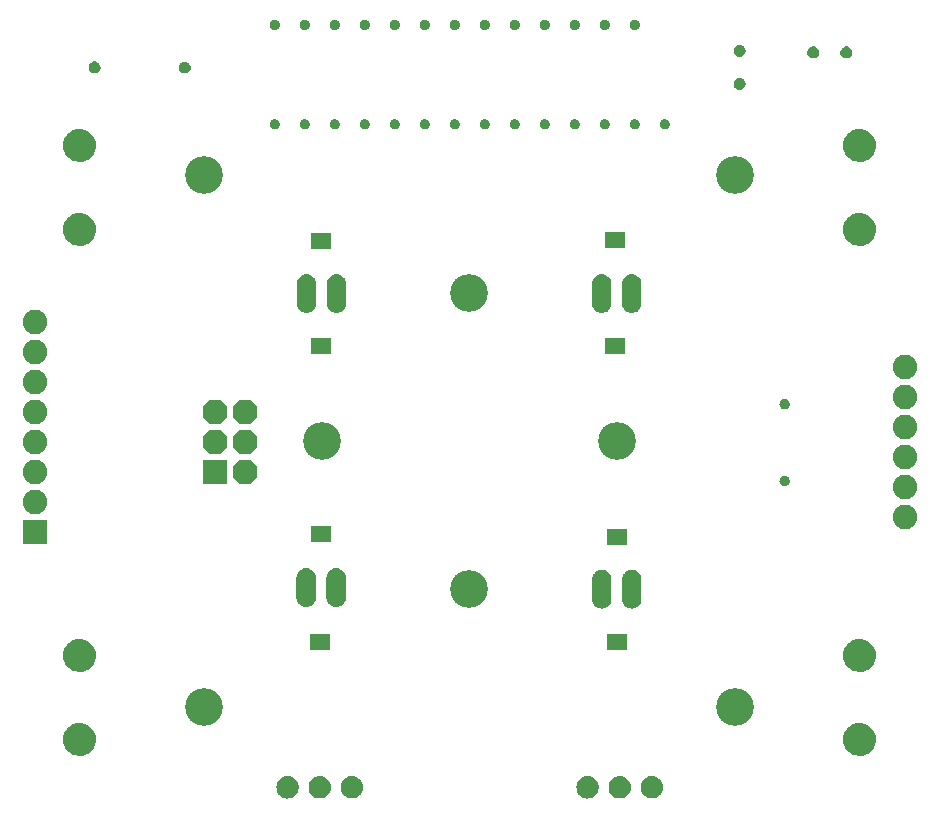
<source format=gbr>
G04 EAGLE Gerber RS-274X export*
G75*
%MOMM*%
%FSLAX34Y34*%
%LPD*%
%INSoldermask Bottom*%
%IPPOS*%
%AMOC8*
5,1,8,0,0,1.08239X$1,22.5*%
G01*
%ADD10C,3.203200*%
%ADD11R,2.082800X2.082800*%
%ADD12P,2.254402X8X112.500000*%
%ADD13C,2.082800*%
%ADD14R,0.838200X1.473200*%

G36*
X713095Y484139D02*
X713095Y484139D01*
X713138Y484150D01*
X713204Y484155D01*
X715510Y484704D01*
X715551Y484722D01*
X715615Y484739D01*
X717789Y485680D01*
X717827Y485705D01*
X717887Y485733D01*
X719865Y487037D01*
X719897Y487068D01*
X719952Y487105D01*
X721674Y488733D01*
X721700Y488769D01*
X721747Y488816D01*
X723160Y490718D01*
X723180Y490758D01*
X723218Y490812D01*
X724279Y492931D01*
X724292Y492974D01*
X724320Y493034D01*
X724997Y495305D01*
X725002Y495349D01*
X725019Y495413D01*
X725292Y497767D01*
X725289Y497817D01*
X725291Y497919D01*
X724995Y500293D01*
X724982Y500335D01*
X724972Y500401D01*
X724267Y502687D01*
X724247Y502727D01*
X724226Y502790D01*
X723135Y504919D01*
X723108Y504955D01*
X723076Y505013D01*
X721632Y506920D01*
X721599Y506951D01*
X721558Y507002D01*
X719805Y508630D01*
X719767Y508655D01*
X719718Y508698D01*
X717708Y509997D01*
X717667Y510014D01*
X717611Y510049D01*
X715406Y510979D01*
X715363Y510989D01*
X715301Y511013D01*
X712969Y511546D01*
X712924Y511548D01*
X712859Y511561D01*
X710470Y511681D01*
X710429Y511676D01*
X710370Y511679D01*
X708125Y511438D01*
X708082Y511425D01*
X708016Y511416D01*
X705847Y510789D01*
X705807Y510769D01*
X705744Y510749D01*
X703716Y509755D01*
X703680Y509729D01*
X703621Y509698D01*
X701797Y508366D01*
X701766Y508334D01*
X701714Y508294D01*
X700148Y506666D01*
X700123Y506629D01*
X700079Y506580D01*
X698820Y504705D01*
X698802Y504664D01*
X698767Y504608D01*
X697852Y502543D01*
X697842Y502499D01*
X697817Y502438D01*
X697275Y500245D01*
X697272Y500201D01*
X697258Y500136D01*
X697105Y497883D01*
X697109Y497844D01*
X697106Y497791D01*
X697282Y495517D01*
X697294Y495474D01*
X697300Y495408D01*
X697869Y493200D01*
X697888Y493160D01*
X697906Y493096D01*
X698850Y491020D01*
X698875Y490983D01*
X698904Y490924D01*
X700194Y489043D01*
X700225Y489011D01*
X700264Y488958D01*
X701861Y487330D01*
X701892Y487308D01*
X701900Y487299D01*
X701905Y487297D01*
X701945Y487258D01*
X703800Y485932D01*
X703840Y485913D01*
X703895Y485876D01*
X705952Y484892D01*
X705995Y484880D01*
X706056Y484853D01*
X708252Y484242D01*
X708297Y484238D01*
X708361Y484222D01*
X710631Y484001D01*
X710672Y484004D01*
X710730Y483999D01*
X713095Y484139D01*
G37*
G36*
X713095Y555259D02*
X713095Y555259D01*
X713138Y555270D01*
X713204Y555275D01*
X715510Y555824D01*
X715551Y555842D01*
X715615Y555859D01*
X717789Y556800D01*
X717827Y556825D01*
X717887Y556853D01*
X719865Y558157D01*
X719897Y558188D01*
X719952Y558225D01*
X721674Y559853D01*
X721700Y559889D01*
X721747Y559936D01*
X723160Y561838D01*
X723180Y561878D01*
X723218Y561932D01*
X724279Y564051D01*
X724292Y564094D01*
X724320Y564154D01*
X724997Y566425D01*
X725002Y566469D01*
X725019Y566533D01*
X725292Y568887D01*
X725289Y568937D01*
X725291Y569039D01*
X724995Y571413D01*
X724982Y571455D01*
X724972Y571521D01*
X724267Y573807D01*
X724247Y573847D01*
X724226Y573910D01*
X723135Y576039D01*
X723108Y576075D01*
X723076Y576133D01*
X721632Y578040D01*
X721599Y578071D01*
X721558Y578122D01*
X719805Y579750D01*
X719767Y579775D01*
X719718Y579818D01*
X717708Y581117D01*
X717667Y581134D01*
X717611Y581169D01*
X715406Y582099D01*
X715363Y582109D01*
X715301Y582133D01*
X712969Y582666D01*
X712924Y582668D01*
X712859Y582681D01*
X710470Y582801D01*
X710429Y582796D01*
X710370Y582799D01*
X708125Y582558D01*
X708082Y582545D01*
X708016Y582536D01*
X705847Y581909D01*
X705807Y581889D01*
X705744Y581869D01*
X703716Y580875D01*
X703680Y580849D01*
X703621Y580818D01*
X701797Y579486D01*
X701766Y579454D01*
X701714Y579414D01*
X700148Y577786D01*
X700123Y577749D01*
X700079Y577700D01*
X698820Y575825D01*
X698802Y575784D01*
X698767Y575728D01*
X697852Y573663D01*
X697842Y573619D01*
X697817Y573558D01*
X697275Y571365D01*
X697272Y571321D01*
X697258Y571256D01*
X697105Y569003D01*
X697109Y568964D01*
X697106Y568911D01*
X697282Y566637D01*
X697294Y566594D01*
X697300Y566528D01*
X697869Y564320D01*
X697888Y564280D01*
X697906Y564216D01*
X698850Y562140D01*
X698875Y562103D01*
X698904Y562044D01*
X700194Y560163D01*
X700225Y560131D01*
X700264Y560078D01*
X701861Y558450D01*
X701892Y558428D01*
X701900Y558419D01*
X701905Y558417D01*
X701945Y558378D01*
X703800Y557052D01*
X703840Y557033D01*
X703895Y556996D01*
X705952Y556012D01*
X705995Y556000D01*
X706056Y555973D01*
X708252Y555362D01*
X708297Y555358D01*
X708361Y555342D01*
X710631Y555121D01*
X710672Y555124D01*
X710730Y555119D01*
X713095Y555259D01*
G37*
G36*
X52695Y555259D02*
X52695Y555259D01*
X52738Y555270D01*
X52804Y555275D01*
X55110Y555824D01*
X55151Y555842D01*
X55215Y555859D01*
X57389Y556800D01*
X57427Y556825D01*
X57487Y556853D01*
X59465Y558157D01*
X59497Y558188D01*
X59552Y558225D01*
X61274Y559853D01*
X61300Y559889D01*
X61347Y559936D01*
X62760Y561838D01*
X62780Y561878D01*
X62818Y561932D01*
X63879Y564051D01*
X63892Y564094D01*
X63920Y564154D01*
X64597Y566425D01*
X64602Y566469D01*
X64619Y566533D01*
X64892Y568887D01*
X64889Y568937D01*
X64891Y569039D01*
X64595Y571413D01*
X64582Y571455D01*
X64572Y571521D01*
X63867Y573807D01*
X63847Y573847D01*
X63826Y573910D01*
X62735Y576039D01*
X62708Y576075D01*
X62676Y576133D01*
X61232Y578040D01*
X61199Y578071D01*
X61158Y578122D01*
X59405Y579750D01*
X59367Y579775D01*
X59318Y579818D01*
X57308Y581117D01*
X57267Y581134D01*
X57211Y581169D01*
X55006Y582099D01*
X54963Y582109D01*
X54901Y582133D01*
X52569Y582666D01*
X52524Y582668D01*
X52459Y582681D01*
X50070Y582801D01*
X50029Y582796D01*
X49970Y582799D01*
X47725Y582558D01*
X47682Y582545D01*
X47616Y582536D01*
X45447Y581909D01*
X45407Y581889D01*
X45344Y581869D01*
X43316Y580875D01*
X43280Y580849D01*
X43221Y580818D01*
X41397Y579486D01*
X41366Y579454D01*
X41314Y579414D01*
X39748Y577786D01*
X39723Y577749D01*
X39679Y577700D01*
X38420Y575825D01*
X38402Y575784D01*
X38367Y575728D01*
X37452Y573663D01*
X37442Y573619D01*
X37417Y573558D01*
X36875Y571365D01*
X36872Y571321D01*
X36858Y571256D01*
X36705Y569003D01*
X36709Y568964D01*
X36706Y568911D01*
X36882Y566637D01*
X36894Y566594D01*
X36900Y566528D01*
X37469Y564320D01*
X37488Y564280D01*
X37506Y564216D01*
X38450Y562140D01*
X38475Y562103D01*
X38504Y562044D01*
X39794Y560163D01*
X39825Y560131D01*
X39864Y560078D01*
X41461Y558450D01*
X41492Y558428D01*
X41500Y558419D01*
X41505Y558417D01*
X41545Y558378D01*
X43400Y557052D01*
X43440Y557033D01*
X43495Y556996D01*
X45552Y556012D01*
X45595Y556000D01*
X45656Y555973D01*
X47852Y555362D01*
X47897Y555358D01*
X47961Y555342D01*
X50231Y555121D01*
X50272Y555124D01*
X50330Y555119D01*
X52695Y555259D01*
G37*
G36*
X52695Y484139D02*
X52695Y484139D01*
X52738Y484150D01*
X52804Y484155D01*
X55110Y484704D01*
X55151Y484722D01*
X55215Y484739D01*
X57389Y485680D01*
X57427Y485705D01*
X57487Y485733D01*
X59465Y487037D01*
X59497Y487068D01*
X59552Y487105D01*
X61274Y488733D01*
X61300Y488769D01*
X61347Y488816D01*
X62760Y490718D01*
X62780Y490758D01*
X62818Y490812D01*
X63879Y492931D01*
X63892Y492974D01*
X63920Y493034D01*
X64597Y495305D01*
X64602Y495349D01*
X64619Y495413D01*
X64892Y497767D01*
X64889Y497817D01*
X64891Y497919D01*
X64595Y500293D01*
X64582Y500335D01*
X64572Y500401D01*
X63867Y502687D01*
X63847Y502727D01*
X63826Y502790D01*
X62735Y504919D01*
X62708Y504955D01*
X62676Y505013D01*
X61232Y506920D01*
X61199Y506951D01*
X61158Y507002D01*
X59405Y508630D01*
X59367Y508655D01*
X59318Y508698D01*
X57308Y509997D01*
X57267Y510014D01*
X57211Y510049D01*
X55006Y510979D01*
X54963Y510989D01*
X54901Y511013D01*
X52569Y511546D01*
X52524Y511548D01*
X52459Y511561D01*
X50070Y511681D01*
X50029Y511676D01*
X49970Y511679D01*
X47725Y511438D01*
X47682Y511425D01*
X47616Y511416D01*
X45447Y510789D01*
X45407Y510769D01*
X45344Y510749D01*
X43316Y509755D01*
X43280Y509729D01*
X43221Y509698D01*
X41397Y508366D01*
X41366Y508334D01*
X41314Y508294D01*
X39748Y506666D01*
X39723Y506629D01*
X39679Y506580D01*
X38420Y504705D01*
X38402Y504664D01*
X38367Y504608D01*
X37452Y502543D01*
X37442Y502499D01*
X37417Y502438D01*
X36875Y500245D01*
X36872Y500201D01*
X36858Y500136D01*
X36705Y497883D01*
X36709Y497844D01*
X36706Y497791D01*
X36882Y495517D01*
X36894Y495474D01*
X36900Y495408D01*
X37469Y493200D01*
X37488Y493160D01*
X37506Y493096D01*
X38450Y491020D01*
X38475Y490983D01*
X38504Y490924D01*
X39794Y489043D01*
X39825Y489011D01*
X39864Y488958D01*
X41461Y487330D01*
X41492Y487308D01*
X41500Y487299D01*
X41505Y487297D01*
X41545Y487258D01*
X43400Y485932D01*
X43440Y485913D01*
X43495Y485876D01*
X45552Y484892D01*
X45595Y484880D01*
X45656Y484853D01*
X47852Y484242D01*
X47897Y484238D01*
X47961Y484222D01*
X50231Y484001D01*
X50272Y484004D01*
X50330Y483999D01*
X52695Y484139D01*
G37*
G36*
X713095Y52339D02*
X713095Y52339D01*
X713138Y52350D01*
X713204Y52355D01*
X715510Y52904D01*
X715551Y52922D01*
X715615Y52939D01*
X717789Y53880D01*
X717827Y53905D01*
X717887Y53933D01*
X719865Y55237D01*
X719897Y55268D01*
X719952Y55305D01*
X721674Y56933D01*
X721700Y56969D01*
X721747Y57016D01*
X723160Y58918D01*
X723180Y58958D01*
X723218Y59012D01*
X724279Y61131D01*
X724292Y61174D01*
X724320Y61234D01*
X724997Y63505D01*
X725002Y63549D01*
X725019Y63613D01*
X725292Y65967D01*
X725289Y66017D01*
X725291Y66119D01*
X724995Y68493D01*
X724982Y68535D01*
X724972Y68601D01*
X724267Y70887D01*
X724247Y70927D01*
X724226Y70990D01*
X723135Y73119D01*
X723108Y73155D01*
X723076Y73213D01*
X721632Y75120D01*
X721599Y75151D01*
X721558Y75202D01*
X719805Y76830D01*
X719767Y76855D01*
X719718Y76898D01*
X717708Y78197D01*
X717667Y78214D01*
X717611Y78249D01*
X715406Y79179D01*
X715363Y79189D01*
X715301Y79213D01*
X712969Y79746D01*
X712924Y79748D01*
X712859Y79761D01*
X710470Y79881D01*
X710429Y79876D01*
X710370Y79879D01*
X708125Y79638D01*
X708082Y79625D01*
X708016Y79616D01*
X705847Y78989D01*
X705807Y78969D01*
X705744Y78949D01*
X703716Y77955D01*
X703680Y77929D01*
X703621Y77898D01*
X701797Y76566D01*
X701766Y76534D01*
X701714Y76494D01*
X700148Y74866D01*
X700123Y74829D01*
X700079Y74780D01*
X698820Y72905D01*
X698802Y72864D01*
X698767Y72808D01*
X697852Y70743D01*
X697842Y70699D01*
X697817Y70638D01*
X697275Y68445D01*
X697272Y68401D01*
X697258Y68336D01*
X697105Y66083D01*
X697109Y66044D01*
X697106Y65991D01*
X697282Y63717D01*
X697294Y63674D01*
X697300Y63608D01*
X697869Y61400D01*
X697888Y61360D01*
X697906Y61296D01*
X698850Y59220D01*
X698875Y59183D01*
X698904Y59124D01*
X700194Y57243D01*
X700225Y57211D01*
X700264Y57158D01*
X701861Y55530D01*
X701892Y55508D01*
X701900Y55499D01*
X701905Y55497D01*
X701945Y55458D01*
X703800Y54132D01*
X703840Y54113D01*
X703895Y54076D01*
X705952Y53092D01*
X705995Y53080D01*
X706056Y53053D01*
X708252Y52442D01*
X708297Y52438D01*
X708361Y52422D01*
X710631Y52201D01*
X710672Y52204D01*
X710730Y52199D01*
X713095Y52339D01*
G37*
G36*
X52695Y123459D02*
X52695Y123459D01*
X52738Y123470D01*
X52804Y123475D01*
X55110Y124024D01*
X55151Y124042D01*
X55215Y124059D01*
X57389Y125000D01*
X57427Y125025D01*
X57487Y125053D01*
X59465Y126357D01*
X59497Y126388D01*
X59552Y126425D01*
X61274Y128053D01*
X61300Y128089D01*
X61347Y128136D01*
X62760Y130038D01*
X62780Y130078D01*
X62818Y130132D01*
X63879Y132251D01*
X63892Y132294D01*
X63920Y132354D01*
X64597Y134625D01*
X64602Y134669D01*
X64619Y134733D01*
X64892Y137087D01*
X64889Y137137D01*
X64891Y137239D01*
X64595Y139613D01*
X64582Y139655D01*
X64572Y139721D01*
X63867Y142007D01*
X63847Y142047D01*
X63826Y142110D01*
X62735Y144239D01*
X62708Y144275D01*
X62676Y144333D01*
X61232Y146240D01*
X61199Y146271D01*
X61158Y146322D01*
X59405Y147950D01*
X59367Y147975D01*
X59318Y148018D01*
X57308Y149317D01*
X57267Y149334D01*
X57211Y149369D01*
X55006Y150299D01*
X54963Y150309D01*
X54901Y150333D01*
X52569Y150866D01*
X52524Y150868D01*
X52459Y150881D01*
X50070Y151001D01*
X50029Y150996D01*
X49970Y150999D01*
X47725Y150758D01*
X47682Y150745D01*
X47616Y150736D01*
X45447Y150109D01*
X45407Y150089D01*
X45344Y150069D01*
X43316Y149075D01*
X43280Y149049D01*
X43221Y149018D01*
X41397Y147686D01*
X41366Y147654D01*
X41314Y147614D01*
X39748Y145986D01*
X39723Y145949D01*
X39679Y145900D01*
X38420Y144025D01*
X38402Y143984D01*
X38367Y143928D01*
X37452Y141863D01*
X37442Y141819D01*
X37417Y141758D01*
X36875Y139565D01*
X36872Y139521D01*
X36858Y139456D01*
X36705Y137203D01*
X36709Y137164D01*
X36706Y137111D01*
X36882Y134837D01*
X36894Y134794D01*
X36900Y134728D01*
X37469Y132520D01*
X37488Y132480D01*
X37506Y132416D01*
X38450Y130340D01*
X38475Y130303D01*
X38504Y130244D01*
X39794Y128363D01*
X39825Y128331D01*
X39864Y128278D01*
X41461Y126650D01*
X41492Y126628D01*
X41500Y126619D01*
X41505Y126617D01*
X41545Y126578D01*
X43400Y125252D01*
X43440Y125233D01*
X43495Y125196D01*
X45552Y124212D01*
X45595Y124200D01*
X45656Y124173D01*
X47852Y123562D01*
X47897Y123558D01*
X47961Y123542D01*
X50231Y123321D01*
X50272Y123324D01*
X50330Y123319D01*
X52695Y123459D01*
G37*
G36*
X713095Y123459D02*
X713095Y123459D01*
X713138Y123470D01*
X713204Y123475D01*
X715510Y124024D01*
X715551Y124042D01*
X715615Y124059D01*
X717789Y125000D01*
X717827Y125025D01*
X717887Y125053D01*
X719865Y126357D01*
X719897Y126388D01*
X719952Y126425D01*
X721674Y128053D01*
X721700Y128089D01*
X721747Y128136D01*
X723160Y130038D01*
X723180Y130078D01*
X723218Y130132D01*
X724279Y132251D01*
X724292Y132294D01*
X724320Y132354D01*
X724997Y134625D01*
X725002Y134669D01*
X725019Y134733D01*
X725292Y137087D01*
X725289Y137137D01*
X725291Y137239D01*
X724995Y139613D01*
X724982Y139655D01*
X724972Y139721D01*
X724267Y142007D01*
X724247Y142047D01*
X724226Y142110D01*
X723135Y144239D01*
X723108Y144275D01*
X723076Y144333D01*
X721632Y146240D01*
X721599Y146271D01*
X721558Y146322D01*
X719805Y147950D01*
X719767Y147975D01*
X719718Y148018D01*
X717708Y149317D01*
X717667Y149334D01*
X717611Y149369D01*
X715406Y150299D01*
X715363Y150309D01*
X715301Y150333D01*
X712969Y150866D01*
X712924Y150868D01*
X712859Y150881D01*
X710470Y151001D01*
X710429Y150996D01*
X710370Y150999D01*
X708125Y150758D01*
X708082Y150745D01*
X708016Y150736D01*
X705847Y150109D01*
X705807Y150089D01*
X705744Y150069D01*
X703716Y149075D01*
X703680Y149049D01*
X703621Y149018D01*
X701797Y147686D01*
X701766Y147654D01*
X701714Y147614D01*
X700148Y145986D01*
X700123Y145949D01*
X700079Y145900D01*
X698820Y144025D01*
X698802Y143984D01*
X698767Y143928D01*
X697852Y141863D01*
X697842Y141819D01*
X697817Y141758D01*
X697275Y139565D01*
X697272Y139521D01*
X697258Y139456D01*
X697105Y137203D01*
X697109Y137164D01*
X697106Y137111D01*
X697282Y134837D01*
X697294Y134794D01*
X697300Y134728D01*
X697869Y132520D01*
X697888Y132480D01*
X697906Y132416D01*
X698850Y130340D01*
X698875Y130303D01*
X698904Y130244D01*
X700194Y128363D01*
X700225Y128331D01*
X700264Y128278D01*
X701861Y126650D01*
X701892Y126628D01*
X701900Y126619D01*
X701905Y126617D01*
X701945Y126578D01*
X703800Y125252D01*
X703840Y125233D01*
X703895Y125196D01*
X705952Y124212D01*
X705995Y124200D01*
X706056Y124173D01*
X708252Y123562D01*
X708297Y123558D01*
X708361Y123542D01*
X710631Y123321D01*
X710672Y123324D01*
X710730Y123319D01*
X713095Y123459D01*
G37*
G36*
X52695Y52339D02*
X52695Y52339D01*
X52738Y52350D01*
X52804Y52355D01*
X55110Y52904D01*
X55151Y52922D01*
X55215Y52939D01*
X57389Y53880D01*
X57427Y53905D01*
X57487Y53933D01*
X59465Y55237D01*
X59497Y55268D01*
X59552Y55305D01*
X61274Y56933D01*
X61300Y56969D01*
X61347Y57016D01*
X62760Y58918D01*
X62780Y58958D01*
X62818Y59012D01*
X63879Y61131D01*
X63892Y61174D01*
X63920Y61234D01*
X64597Y63505D01*
X64602Y63549D01*
X64619Y63613D01*
X64892Y65967D01*
X64889Y66017D01*
X64891Y66119D01*
X64595Y68493D01*
X64582Y68535D01*
X64572Y68601D01*
X63867Y70887D01*
X63847Y70927D01*
X63826Y70990D01*
X62735Y73119D01*
X62708Y73155D01*
X62676Y73213D01*
X61232Y75120D01*
X61199Y75151D01*
X61158Y75202D01*
X59405Y76830D01*
X59367Y76855D01*
X59318Y76898D01*
X57308Y78197D01*
X57267Y78214D01*
X57211Y78249D01*
X55006Y79179D01*
X54963Y79189D01*
X54901Y79213D01*
X52569Y79746D01*
X52524Y79748D01*
X52459Y79761D01*
X50070Y79881D01*
X50029Y79876D01*
X49970Y79879D01*
X47725Y79638D01*
X47682Y79625D01*
X47616Y79616D01*
X45447Y78989D01*
X45407Y78969D01*
X45344Y78949D01*
X43316Y77955D01*
X43280Y77929D01*
X43221Y77898D01*
X41397Y76566D01*
X41366Y76534D01*
X41314Y76494D01*
X39748Y74866D01*
X39723Y74829D01*
X39679Y74780D01*
X38420Y72905D01*
X38402Y72864D01*
X38367Y72808D01*
X37452Y70743D01*
X37442Y70699D01*
X37417Y70638D01*
X36875Y68445D01*
X36872Y68401D01*
X36858Y68336D01*
X36705Y66083D01*
X36709Y66044D01*
X36706Y65991D01*
X36882Y63717D01*
X36894Y63674D01*
X36900Y63608D01*
X37469Y61400D01*
X37488Y61360D01*
X37506Y61296D01*
X38450Y59220D01*
X38475Y59183D01*
X38504Y59124D01*
X39794Y57243D01*
X39825Y57211D01*
X39864Y57158D01*
X41461Y55530D01*
X41492Y55508D01*
X41500Y55499D01*
X41505Y55497D01*
X41545Y55458D01*
X43400Y54132D01*
X43440Y54113D01*
X43495Y54076D01*
X45552Y53092D01*
X45595Y53080D01*
X45656Y53053D01*
X47852Y52442D01*
X47897Y52438D01*
X47961Y52422D01*
X50231Y52201D01*
X50272Y52204D01*
X50330Y52199D01*
X52695Y52339D01*
G37*
G36*
X269444Y178220D02*
X269444Y178220D01*
X269491Y178232D01*
X269567Y178241D01*
X270971Y178628D01*
X271015Y178649D01*
X271087Y178673D01*
X272390Y179326D01*
X272428Y179355D01*
X272495Y179393D01*
X273644Y180288D01*
X273677Y180324D01*
X273735Y180373D01*
X274688Y181476D01*
X274712Y181517D01*
X274759Y181577D01*
X275479Y182844D01*
X275491Y182879D01*
X275493Y182880D01*
X275497Y182894D01*
X275529Y182958D01*
X275988Y184341D01*
X275995Y184388D01*
X276015Y184462D01*
X276195Y185908D01*
X276194Y185941D01*
X276200Y185984D01*
X276249Y203129D01*
X276243Y203165D01*
X276244Y203214D01*
X276050Y204671D01*
X276036Y204717D01*
X276022Y204792D01*
X275548Y206184D01*
X275525Y206226D01*
X275497Y206297D01*
X274761Y207569D01*
X274729Y207606D01*
X274688Y207670D01*
X273718Y208774D01*
X273680Y208804D01*
X273627Y208859D01*
X272460Y209752D01*
X272417Y209774D01*
X272354Y209817D01*
X271036Y210466D01*
X270989Y210479D01*
X270919Y210510D01*
X269499Y210888D01*
X269451Y210892D01*
X269376Y210909D01*
X267910Y211003D01*
X267866Y210998D01*
X267800Y211000D01*
X266322Y210838D01*
X266276Y210824D01*
X266200Y210812D01*
X264783Y210364D01*
X264740Y210342D01*
X264669Y210315D01*
X263366Y209599D01*
X263329Y209569D01*
X263263Y209529D01*
X262125Y208573D01*
X262095Y208536D01*
X262039Y208484D01*
X261109Y207324D01*
X261086Y207282D01*
X261041Y207220D01*
X260356Y205901D01*
X260341Y205855D01*
X260309Y205785D01*
X259895Y204358D01*
X259889Y204310D01*
X259872Y204236D01*
X259743Y202755D01*
X259745Y202731D01*
X259741Y202700D01*
X259741Y186037D01*
X259746Y186006D01*
X259745Y185963D01*
X259915Y184516D01*
X259929Y184470D01*
X259941Y184395D01*
X260390Y183009D01*
X260413Y182966D01*
X260440Y182895D01*
X261151Y181623D01*
X261174Y181595D01*
X261180Y181580D01*
X261196Y181562D01*
X261222Y181521D01*
X262167Y180412D01*
X262204Y180382D01*
X262257Y180326D01*
X263400Y179423D01*
X263442Y179400D01*
X263505Y179356D01*
X264802Y178694D01*
X264849Y178680D01*
X264918Y178648D01*
X266320Y178252D01*
X266368Y178247D01*
X266443Y178230D01*
X267895Y178115D01*
X267935Y178119D01*
X267991Y178114D01*
X269444Y178220D01*
G37*
G36*
X244044Y178220D02*
X244044Y178220D01*
X244091Y178232D01*
X244167Y178241D01*
X245571Y178628D01*
X245615Y178649D01*
X245687Y178673D01*
X246990Y179326D01*
X247028Y179355D01*
X247095Y179393D01*
X248244Y180288D01*
X248277Y180324D01*
X248335Y180373D01*
X249288Y181476D01*
X249312Y181517D01*
X249359Y181577D01*
X250079Y182844D01*
X250091Y182879D01*
X250093Y182880D01*
X250097Y182894D01*
X250129Y182958D01*
X250588Y184341D01*
X250595Y184388D01*
X250615Y184462D01*
X250795Y185908D01*
X250794Y185941D01*
X250800Y185984D01*
X250849Y203129D01*
X250843Y203165D01*
X250844Y203214D01*
X250650Y204671D01*
X250636Y204717D01*
X250622Y204792D01*
X250148Y206184D01*
X250125Y206226D01*
X250097Y206297D01*
X249361Y207569D01*
X249329Y207606D01*
X249288Y207670D01*
X248318Y208774D01*
X248280Y208804D01*
X248227Y208859D01*
X247060Y209752D01*
X247017Y209774D01*
X246954Y209817D01*
X245636Y210466D01*
X245589Y210479D01*
X245519Y210510D01*
X244099Y210888D01*
X244051Y210892D01*
X243976Y210909D01*
X242510Y211003D01*
X242466Y210998D01*
X242400Y211000D01*
X240922Y210838D01*
X240876Y210824D01*
X240800Y210812D01*
X239383Y210364D01*
X239340Y210342D01*
X239269Y210315D01*
X237966Y209599D01*
X237929Y209569D01*
X237863Y209529D01*
X236725Y208573D01*
X236695Y208536D01*
X236639Y208484D01*
X235709Y207324D01*
X235686Y207282D01*
X235641Y207220D01*
X234956Y205901D01*
X234941Y205855D01*
X234909Y205785D01*
X234495Y204358D01*
X234489Y204310D01*
X234472Y204236D01*
X234343Y202755D01*
X234345Y202731D01*
X234341Y202700D01*
X234341Y186037D01*
X234346Y186006D01*
X234345Y185963D01*
X234515Y184516D01*
X234529Y184470D01*
X234541Y184395D01*
X234990Y183009D01*
X235013Y182966D01*
X235040Y182895D01*
X235751Y181623D01*
X235774Y181595D01*
X235780Y181580D01*
X235796Y181562D01*
X235822Y181521D01*
X236767Y180412D01*
X236804Y180382D01*
X236857Y180326D01*
X238000Y179423D01*
X238042Y179400D01*
X238105Y179356D01*
X239402Y178694D01*
X239449Y178680D01*
X239518Y178648D01*
X240920Y178252D01*
X240968Y178247D01*
X241043Y178230D01*
X242495Y178115D01*
X242535Y178119D01*
X242591Y178114D01*
X244044Y178220D01*
G37*
G36*
X269749Y427115D02*
X269749Y427115D01*
X269796Y427127D01*
X269872Y427136D01*
X271276Y427523D01*
X271320Y427544D01*
X271392Y427568D01*
X272695Y428221D01*
X272733Y428250D01*
X272800Y428288D01*
X273949Y429183D01*
X273982Y429219D01*
X274040Y429268D01*
X274993Y430371D01*
X275017Y430412D01*
X275064Y430472D01*
X275784Y431739D01*
X275796Y431774D01*
X275798Y431776D01*
X275802Y431788D01*
X275834Y431853D01*
X276293Y433236D01*
X276300Y433283D01*
X276320Y433357D01*
X276500Y434803D01*
X276499Y434836D01*
X276505Y434879D01*
X276554Y452024D01*
X276548Y452060D01*
X276549Y452109D01*
X276355Y453566D01*
X276341Y453612D01*
X276327Y453687D01*
X275853Y455079D01*
X275830Y455121D01*
X275802Y455192D01*
X275066Y456464D01*
X275034Y456501D01*
X274993Y456565D01*
X274023Y457669D01*
X273985Y457699D01*
X273932Y457754D01*
X272765Y458647D01*
X272722Y458669D01*
X272659Y458712D01*
X271341Y459361D01*
X271294Y459374D01*
X271224Y459405D01*
X269804Y459783D01*
X269756Y459787D01*
X269681Y459804D01*
X268215Y459898D01*
X268171Y459893D01*
X268105Y459895D01*
X266627Y459733D01*
X266581Y459719D01*
X266505Y459707D01*
X265088Y459259D01*
X265045Y459237D01*
X264974Y459210D01*
X263671Y458494D01*
X263634Y458464D01*
X263568Y458424D01*
X262430Y457468D01*
X262400Y457431D01*
X262344Y457379D01*
X261414Y456219D01*
X261391Y456177D01*
X261346Y456115D01*
X260661Y454796D01*
X260646Y454750D01*
X260614Y454680D01*
X260200Y453253D01*
X260194Y453205D01*
X260177Y453131D01*
X260048Y451650D01*
X260050Y451626D01*
X260046Y451595D01*
X260046Y434932D01*
X260051Y434901D01*
X260050Y434858D01*
X260220Y433411D01*
X260234Y433365D01*
X260246Y433290D01*
X260695Y431904D01*
X260718Y431861D01*
X260745Y431790D01*
X261456Y430518D01*
X261479Y430490D01*
X261485Y430475D01*
X261501Y430458D01*
X261527Y430416D01*
X262472Y429307D01*
X262509Y429277D01*
X262562Y429221D01*
X263705Y428318D01*
X263747Y428295D01*
X263810Y428251D01*
X265107Y427589D01*
X265154Y427575D01*
X265223Y427543D01*
X266625Y427147D01*
X266673Y427142D01*
X266748Y427125D01*
X268200Y427010D01*
X268240Y427014D01*
X268296Y427009D01*
X269749Y427115D01*
G37*
G36*
X244349Y427115D02*
X244349Y427115D01*
X244396Y427127D01*
X244472Y427136D01*
X245876Y427523D01*
X245920Y427544D01*
X245992Y427568D01*
X247295Y428221D01*
X247333Y428250D01*
X247400Y428288D01*
X248549Y429183D01*
X248582Y429219D01*
X248640Y429268D01*
X249593Y430371D01*
X249617Y430412D01*
X249664Y430472D01*
X250384Y431739D01*
X250396Y431774D01*
X250398Y431776D01*
X250402Y431788D01*
X250434Y431853D01*
X250893Y433236D01*
X250900Y433283D01*
X250920Y433357D01*
X251100Y434803D01*
X251099Y434836D01*
X251105Y434879D01*
X251154Y452024D01*
X251148Y452060D01*
X251149Y452109D01*
X250955Y453566D01*
X250941Y453612D01*
X250927Y453687D01*
X250453Y455079D01*
X250430Y455121D01*
X250402Y455192D01*
X249666Y456464D01*
X249634Y456501D01*
X249593Y456565D01*
X248623Y457669D01*
X248585Y457699D01*
X248532Y457754D01*
X247365Y458647D01*
X247322Y458669D01*
X247259Y458712D01*
X245941Y459361D01*
X245894Y459374D01*
X245824Y459405D01*
X244404Y459783D01*
X244356Y459787D01*
X244281Y459804D01*
X242815Y459898D01*
X242771Y459893D01*
X242705Y459895D01*
X241227Y459733D01*
X241181Y459719D01*
X241105Y459707D01*
X239688Y459259D01*
X239645Y459237D01*
X239574Y459210D01*
X238271Y458494D01*
X238234Y458464D01*
X238168Y458424D01*
X237030Y457468D01*
X237000Y457431D01*
X236944Y457379D01*
X236014Y456219D01*
X235991Y456177D01*
X235946Y456115D01*
X235261Y454796D01*
X235246Y454750D01*
X235214Y454680D01*
X234800Y453253D01*
X234794Y453205D01*
X234777Y453131D01*
X234648Y451650D01*
X234650Y451626D01*
X234646Y451595D01*
X234646Y434932D01*
X234651Y434901D01*
X234650Y434858D01*
X234820Y433411D01*
X234834Y433365D01*
X234846Y433290D01*
X235295Y431904D01*
X235318Y431861D01*
X235345Y431790D01*
X236056Y430518D01*
X236079Y430490D01*
X236085Y430475D01*
X236101Y430458D01*
X236127Y430416D01*
X237072Y429307D01*
X237109Y429277D01*
X237162Y429221D01*
X238305Y428318D01*
X238347Y428295D01*
X238410Y428251D01*
X239707Y427589D01*
X239754Y427575D01*
X239823Y427543D01*
X241225Y427147D01*
X241273Y427142D01*
X241348Y427125D01*
X242800Y427010D01*
X242840Y427014D01*
X242896Y427009D01*
X244349Y427115D01*
G37*
G36*
X519583Y427064D02*
X519583Y427064D01*
X519630Y427076D01*
X519706Y427085D01*
X521110Y427472D01*
X521154Y427493D01*
X521226Y427517D01*
X522529Y428170D01*
X522567Y428199D01*
X522634Y428237D01*
X523783Y429132D01*
X523816Y429168D01*
X523874Y429217D01*
X524827Y430320D01*
X524851Y430361D01*
X524898Y430421D01*
X525618Y431688D01*
X525630Y431723D01*
X525632Y431725D01*
X525636Y431737D01*
X525668Y431802D01*
X526127Y433185D01*
X526134Y433232D01*
X526154Y433306D01*
X526334Y434752D01*
X526333Y434785D01*
X526339Y434828D01*
X526388Y451973D01*
X526382Y452009D01*
X526383Y452058D01*
X526189Y453515D01*
X526175Y453561D01*
X526161Y453636D01*
X525687Y455028D01*
X525664Y455070D01*
X525636Y455141D01*
X524900Y456413D01*
X524868Y456450D01*
X524827Y456514D01*
X523857Y457618D01*
X523819Y457648D01*
X523766Y457703D01*
X522599Y458596D01*
X522556Y458618D01*
X522493Y458661D01*
X521175Y459310D01*
X521128Y459323D01*
X521058Y459354D01*
X519638Y459732D01*
X519590Y459736D01*
X519515Y459753D01*
X518049Y459847D01*
X518005Y459842D01*
X517939Y459844D01*
X516461Y459682D01*
X516415Y459668D01*
X516339Y459656D01*
X514922Y459208D01*
X514879Y459186D01*
X514808Y459159D01*
X513505Y458443D01*
X513468Y458413D01*
X513402Y458373D01*
X512264Y457417D01*
X512234Y457380D01*
X512178Y457328D01*
X511248Y456168D01*
X511225Y456126D01*
X511180Y456064D01*
X510495Y454745D01*
X510480Y454699D01*
X510448Y454629D01*
X510034Y453202D01*
X510028Y453154D01*
X510011Y453080D01*
X509882Y451599D01*
X509884Y451575D01*
X509880Y451544D01*
X509880Y434881D01*
X509885Y434850D01*
X509884Y434807D01*
X510054Y433360D01*
X510068Y433314D01*
X510080Y433239D01*
X510529Y431853D01*
X510552Y431810D01*
X510579Y431739D01*
X511290Y430467D01*
X511313Y430439D01*
X511319Y430424D01*
X511335Y430407D01*
X511361Y430365D01*
X512306Y429256D01*
X512343Y429226D01*
X512396Y429170D01*
X513539Y428267D01*
X513581Y428244D01*
X513644Y428200D01*
X514941Y427538D01*
X514988Y427524D01*
X515057Y427492D01*
X516459Y427096D01*
X516507Y427091D01*
X516582Y427074D01*
X518034Y426959D01*
X518074Y426963D01*
X518130Y426958D01*
X519583Y427064D01*
G37*
G36*
X494183Y427064D02*
X494183Y427064D01*
X494230Y427076D01*
X494306Y427085D01*
X495710Y427472D01*
X495754Y427493D01*
X495826Y427517D01*
X497129Y428170D01*
X497167Y428199D01*
X497234Y428237D01*
X498383Y429132D01*
X498416Y429168D01*
X498474Y429217D01*
X499427Y430320D01*
X499451Y430361D01*
X499498Y430421D01*
X500218Y431688D01*
X500230Y431723D01*
X500232Y431725D01*
X500236Y431737D01*
X500268Y431802D01*
X500727Y433185D01*
X500734Y433232D01*
X500754Y433306D01*
X500934Y434752D01*
X500933Y434785D01*
X500939Y434828D01*
X500988Y451973D01*
X500982Y452009D01*
X500983Y452058D01*
X500789Y453515D01*
X500775Y453561D01*
X500761Y453636D01*
X500287Y455028D01*
X500264Y455070D01*
X500236Y455141D01*
X499500Y456413D01*
X499468Y456450D01*
X499427Y456514D01*
X498457Y457618D01*
X498419Y457648D01*
X498366Y457703D01*
X497199Y458596D01*
X497156Y458618D01*
X497093Y458661D01*
X495775Y459310D01*
X495728Y459323D01*
X495658Y459354D01*
X494238Y459732D01*
X494190Y459736D01*
X494115Y459753D01*
X492649Y459847D01*
X492605Y459842D01*
X492539Y459844D01*
X491061Y459682D01*
X491015Y459668D01*
X490939Y459656D01*
X489522Y459208D01*
X489479Y459186D01*
X489408Y459159D01*
X488105Y458443D01*
X488068Y458413D01*
X488002Y458373D01*
X486864Y457417D01*
X486834Y457380D01*
X486778Y457328D01*
X485848Y456168D01*
X485825Y456126D01*
X485780Y456064D01*
X485095Y454745D01*
X485080Y454699D01*
X485048Y454629D01*
X484634Y453202D01*
X484628Y453154D01*
X484611Y453080D01*
X484482Y451599D01*
X484484Y451575D01*
X484480Y451544D01*
X484480Y434881D01*
X484485Y434850D01*
X484484Y434807D01*
X484654Y433360D01*
X484668Y433314D01*
X484680Y433239D01*
X485129Y431853D01*
X485152Y431810D01*
X485179Y431739D01*
X485890Y430467D01*
X485913Y430439D01*
X485919Y430424D01*
X485935Y430407D01*
X485961Y430365D01*
X486906Y429256D01*
X486943Y429226D01*
X486996Y429170D01*
X488139Y428267D01*
X488181Y428244D01*
X488244Y428200D01*
X489541Y427538D01*
X489588Y427524D01*
X489657Y427492D01*
X491059Y427096D01*
X491107Y427091D01*
X491182Y427074D01*
X492634Y426959D01*
X492674Y426963D01*
X492730Y426958D01*
X494183Y427064D01*
G37*
G36*
X494208Y176899D02*
X494208Y176899D01*
X494255Y176911D01*
X494331Y176920D01*
X495735Y177307D01*
X495779Y177328D01*
X495851Y177352D01*
X497154Y178005D01*
X497192Y178034D01*
X497259Y178072D01*
X498408Y178967D01*
X498441Y179003D01*
X498499Y179052D01*
X499452Y180155D01*
X499476Y180196D01*
X499523Y180256D01*
X500243Y181523D01*
X500255Y181558D01*
X500257Y181560D01*
X500261Y181572D01*
X500293Y181637D01*
X500752Y183020D01*
X500759Y183067D01*
X500779Y183141D01*
X500959Y184587D01*
X500958Y184620D01*
X500964Y184663D01*
X501013Y201808D01*
X501007Y201844D01*
X501008Y201893D01*
X500814Y203350D01*
X500800Y203396D01*
X500786Y203471D01*
X500312Y204863D01*
X500289Y204905D01*
X500261Y204976D01*
X499525Y206248D01*
X499493Y206285D01*
X499452Y206349D01*
X498482Y207453D01*
X498444Y207483D01*
X498391Y207538D01*
X497224Y208431D01*
X497181Y208453D01*
X497118Y208496D01*
X495800Y209145D01*
X495753Y209158D01*
X495683Y209189D01*
X494263Y209567D01*
X494215Y209571D01*
X494140Y209588D01*
X492674Y209682D01*
X492630Y209677D01*
X492564Y209679D01*
X491086Y209517D01*
X491040Y209503D01*
X490964Y209491D01*
X489547Y209043D01*
X489504Y209021D01*
X489433Y208994D01*
X488130Y208278D01*
X488093Y208248D01*
X488027Y208208D01*
X486889Y207252D01*
X486859Y207215D01*
X486803Y207163D01*
X485873Y206003D01*
X485850Y205961D01*
X485805Y205899D01*
X485120Y204580D01*
X485105Y204534D01*
X485073Y204464D01*
X484659Y203037D01*
X484653Y202989D01*
X484636Y202915D01*
X484507Y201434D01*
X484509Y201410D01*
X484505Y201379D01*
X484505Y184716D01*
X484510Y184685D01*
X484509Y184642D01*
X484679Y183195D01*
X484693Y183149D01*
X484705Y183074D01*
X485154Y181688D01*
X485177Y181645D01*
X485204Y181574D01*
X485915Y180302D01*
X485938Y180274D01*
X485944Y180259D01*
X485960Y180242D01*
X485986Y180200D01*
X486931Y179091D01*
X486968Y179061D01*
X487021Y179005D01*
X488164Y178102D01*
X488206Y178079D01*
X488269Y178035D01*
X489566Y177373D01*
X489613Y177359D01*
X489682Y177327D01*
X491084Y176931D01*
X491132Y176926D01*
X491207Y176909D01*
X492659Y176794D01*
X492699Y176798D01*
X492755Y176793D01*
X494208Y176899D01*
G37*
G36*
X519608Y176899D02*
X519608Y176899D01*
X519655Y176911D01*
X519731Y176920D01*
X521135Y177307D01*
X521179Y177328D01*
X521251Y177352D01*
X522554Y178005D01*
X522592Y178034D01*
X522659Y178072D01*
X523808Y178967D01*
X523841Y179003D01*
X523899Y179052D01*
X524852Y180155D01*
X524876Y180196D01*
X524923Y180256D01*
X525643Y181523D01*
X525655Y181558D01*
X525657Y181560D01*
X525661Y181572D01*
X525693Y181637D01*
X526152Y183020D01*
X526159Y183067D01*
X526179Y183141D01*
X526359Y184587D01*
X526358Y184620D01*
X526364Y184663D01*
X526413Y201808D01*
X526407Y201844D01*
X526408Y201893D01*
X526214Y203350D01*
X526200Y203396D01*
X526186Y203471D01*
X525712Y204863D01*
X525689Y204905D01*
X525661Y204976D01*
X524925Y206248D01*
X524893Y206285D01*
X524852Y206349D01*
X523882Y207453D01*
X523844Y207483D01*
X523791Y207538D01*
X522624Y208431D01*
X522581Y208453D01*
X522518Y208496D01*
X521200Y209145D01*
X521153Y209158D01*
X521083Y209189D01*
X519663Y209567D01*
X519615Y209571D01*
X519540Y209588D01*
X518074Y209682D01*
X518030Y209677D01*
X517964Y209679D01*
X516486Y209517D01*
X516440Y209503D01*
X516364Y209491D01*
X514947Y209043D01*
X514904Y209021D01*
X514833Y208994D01*
X513530Y208278D01*
X513493Y208248D01*
X513427Y208208D01*
X512289Y207252D01*
X512259Y207215D01*
X512203Y207163D01*
X511273Y206003D01*
X511250Y205961D01*
X511205Y205899D01*
X510520Y204580D01*
X510505Y204534D01*
X510473Y204464D01*
X510059Y203037D01*
X510053Y202989D01*
X510036Y202915D01*
X509907Y201434D01*
X509909Y201410D01*
X509905Y201379D01*
X509905Y184716D01*
X509910Y184685D01*
X509909Y184642D01*
X510079Y183195D01*
X510093Y183149D01*
X510105Y183074D01*
X510554Y181688D01*
X510577Y181645D01*
X510604Y181574D01*
X511315Y180302D01*
X511338Y180274D01*
X511344Y180259D01*
X511360Y180242D01*
X511386Y180200D01*
X512331Y179091D01*
X512368Y179061D01*
X512421Y179005D01*
X513564Y178102D01*
X513606Y178079D01*
X513669Y178035D01*
X514966Y177373D01*
X515013Y177359D01*
X515082Y177327D01*
X516484Y176931D01*
X516532Y176926D01*
X516607Y176909D01*
X518059Y176794D01*
X518099Y176798D01*
X518155Y176793D01*
X519608Y176899D01*
G37*
G36*
X482352Y16087D02*
X482352Y16087D01*
X482399Y16099D01*
X482475Y16108D01*
X484151Y16578D01*
X484194Y16599D01*
X484267Y16623D01*
X485819Y17410D01*
X485858Y17439D01*
X485924Y17477D01*
X487293Y18552D01*
X487325Y18588D01*
X487383Y18638D01*
X488516Y19959D01*
X488541Y20001D01*
X488587Y20061D01*
X489441Y21578D01*
X489457Y21624D01*
X489491Y21692D01*
X490032Y23347D01*
X490039Y23394D01*
X490059Y23468D01*
X490267Y25196D01*
X490264Y25247D01*
X490268Y25339D01*
X490081Y27092D01*
X490067Y27138D01*
X490055Y27214D01*
X489530Y28897D01*
X489507Y28940D01*
X489481Y29011D01*
X488637Y30559D01*
X488607Y30597D01*
X488567Y30662D01*
X487437Y32015D01*
X487400Y32046D01*
X487349Y32103D01*
X485976Y33209D01*
X485934Y33233D01*
X485872Y33278D01*
X484311Y34095D01*
X484265Y34110D01*
X484195Y34142D01*
X482504Y34639D01*
X482456Y34644D01*
X482382Y34662D01*
X480626Y34820D01*
X480577Y34815D01*
X480500Y34818D01*
X478817Y34633D01*
X478770Y34619D01*
X478695Y34607D01*
X477080Y34097D01*
X477038Y34075D01*
X476966Y34048D01*
X475482Y33233D01*
X475445Y33202D01*
X475380Y33162D01*
X474083Y32073D01*
X474053Y32036D01*
X473996Y31984D01*
X472938Y30663D01*
X472915Y30621D01*
X472870Y30559D01*
X472089Y29056D01*
X472075Y29010D01*
X472043Y28941D01*
X471570Y27315D01*
X471565Y27267D01*
X471547Y27193D01*
X471401Y25506D01*
X471405Y25463D01*
X471401Y25401D01*
X471535Y23700D01*
X471548Y23654D01*
X471557Y23578D01*
X472021Y21936D01*
X472042Y21893D01*
X472066Y21820D01*
X472842Y20301D01*
X472871Y20262D01*
X472909Y20196D01*
X473966Y18857D01*
X474002Y18825D01*
X474052Y18767D01*
X475350Y17660D01*
X475392Y17636D01*
X475452Y17589D01*
X476941Y16757D01*
X476987Y16741D01*
X477055Y16707D01*
X478678Y16182D01*
X478726Y16175D01*
X478800Y16155D01*
X480494Y15956D01*
X480542Y15959D01*
X480617Y15954D01*
X482352Y16087D01*
G37*
G36*
X228352Y16087D02*
X228352Y16087D01*
X228399Y16099D01*
X228475Y16108D01*
X230151Y16578D01*
X230194Y16599D01*
X230267Y16623D01*
X231819Y17410D01*
X231858Y17439D01*
X231924Y17477D01*
X233293Y18552D01*
X233325Y18588D01*
X233383Y18638D01*
X234516Y19959D01*
X234541Y20001D01*
X234587Y20061D01*
X235441Y21578D01*
X235457Y21624D01*
X235491Y21692D01*
X236032Y23347D01*
X236039Y23394D01*
X236059Y23468D01*
X236267Y25196D01*
X236264Y25247D01*
X236268Y25339D01*
X236081Y27092D01*
X236067Y27138D01*
X236055Y27214D01*
X235530Y28897D01*
X235507Y28940D01*
X235481Y29011D01*
X234637Y30559D01*
X234607Y30597D01*
X234567Y30662D01*
X233437Y32015D01*
X233400Y32046D01*
X233349Y32103D01*
X231976Y33209D01*
X231934Y33233D01*
X231872Y33278D01*
X230311Y34095D01*
X230265Y34110D01*
X230195Y34142D01*
X228504Y34639D01*
X228456Y34644D01*
X228382Y34662D01*
X226626Y34820D01*
X226577Y34815D01*
X226500Y34818D01*
X224817Y34633D01*
X224770Y34619D01*
X224695Y34607D01*
X223080Y34097D01*
X223038Y34075D01*
X222966Y34048D01*
X221482Y33233D01*
X221445Y33202D01*
X221380Y33162D01*
X220083Y32073D01*
X220053Y32036D01*
X219996Y31984D01*
X218938Y30663D01*
X218915Y30621D01*
X218870Y30559D01*
X218089Y29056D01*
X218075Y29010D01*
X218043Y28941D01*
X217570Y27315D01*
X217565Y27267D01*
X217547Y27193D01*
X217401Y25506D01*
X217405Y25463D01*
X217401Y25401D01*
X217535Y23700D01*
X217548Y23654D01*
X217557Y23578D01*
X218021Y21936D01*
X218042Y21893D01*
X218066Y21820D01*
X218842Y20301D01*
X218871Y20262D01*
X218909Y20196D01*
X219966Y18857D01*
X220002Y18825D01*
X220052Y18767D01*
X221350Y17660D01*
X221392Y17636D01*
X221452Y17589D01*
X222941Y16757D01*
X222987Y16741D01*
X223055Y16707D01*
X224678Y16182D01*
X224726Y16175D01*
X224800Y16155D01*
X226494Y15956D01*
X226542Y15959D01*
X226617Y15954D01*
X228352Y16087D01*
G37*
G36*
X282760Y16183D02*
X282760Y16183D01*
X282806Y16196D01*
X282882Y16206D01*
X284548Y16693D01*
X284561Y16700D01*
X284571Y16702D01*
X284596Y16717D01*
X284663Y16740D01*
X286202Y17542D01*
X286240Y17572D01*
X286306Y17610D01*
X287658Y18698D01*
X287672Y18713D01*
X287681Y18719D01*
X287702Y18745D01*
X287747Y18785D01*
X288861Y20115D01*
X288885Y20157D01*
X288931Y20218D01*
X289765Y21740D01*
X289780Y21786D01*
X289813Y21855D01*
X290334Y23510D01*
X290340Y23558D01*
X290359Y23632D01*
X290547Y25358D01*
X290543Y25408D01*
X290547Y25495D01*
X290359Y27220D01*
X290345Y27266D01*
X290333Y27341D01*
X289813Y28997D01*
X289790Y29039D01*
X289764Y29111D01*
X288931Y30633D01*
X288900Y30670D01*
X288861Y30736D01*
X287746Y32066D01*
X287709Y32096D01*
X287657Y32153D01*
X286305Y33240D01*
X286263Y33263D01*
X286201Y33308D01*
X284662Y34110D01*
X284616Y34124D01*
X284547Y34156D01*
X282881Y34643D01*
X282833Y34648D01*
X282759Y34666D01*
X281031Y34819D01*
X280984Y34815D01*
X280911Y34818D01*
X279237Y34649D01*
X279190Y34636D01*
X279115Y34624D01*
X277505Y34132D01*
X277462Y34110D01*
X277391Y34084D01*
X275908Y33286D01*
X275871Y33256D01*
X275805Y33217D01*
X274507Y32146D01*
X274476Y32109D01*
X274419Y32057D01*
X273355Y30753D01*
X273332Y30711D01*
X273286Y30650D01*
X272497Y29163D01*
X272483Y29117D01*
X272450Y29048D01*
X271966Y27436D01*
X271961Y27388D01*
X271942Y27314D01*
X271783Y25638D01*
X271786Y25594D01*
X271782Y25529D01*
X271915Y23820D01*
X271927Y23774D01*
X271936Y23698D01*
X272400Y22048D01*
X272421Y22005D01*
X272445Y21933D01*
X273222Y20405D01*
X273251Y20367D01*
X273289Y20300D01*
X274349Y18954D01*
X274385Y18922D01*
X274435Y18864D01*
X275737Y17751D01*
X275779Y17726D01*
X275839Y17679D01*
X277334Y16841D01*
X277379Y16825D01*
X277448Y16791D01*
X279077Y16261D01*
X279125Y16254D01*
X279199Y16234D01*
X280900Y16032D01*
X280949Y16035D01*
X281031Y16030D01*
X282760Y16183D01*
G37*
G36*
X536760Y16183D02*
X536760Y16183D01*
X536806Y16196D01*
X536882Y16206D01*
X538548Y16693D01*
X538561Y16700D01*
X538571Y16702D01*
X538596Y16717D01*
X538663Y16740D01*
X540202Y17542D01*
X540240Y17572D01*
X540306Y17610D01*
X541658Y18698D01*
X541672Y18713D01*
X541681Y18719D01*
X541702Y18745D01*
X541747Y18785D01*
X542861Y20115D01*
X542885Y20157D01*
X542931Y20218D01*
X543765Y21740D01*
X543780Y21786D01*
X543813Y21855D01*
X544334Y23510D01*
X544340Y23558D01*
X544359Y23632D01*
X544547Y25358D01*
X544543Y25408D01*
X544547Y25495D01*
X544359Y27220D01*
X544345Y27266D01*
X544333Y27341D01*
X543813Y28997D01*
X543790Y29039D01*
X543764Y29111D01*
X542931Y30633D01*
X542900Y30670D01*
X542861Y30736D01*
X541746Y32066D01*
X541709Y32096D01*
X541657Y32153D01*
X540305Y33240D01*
X540263Y33263D01*
X540201Y33308D01*
X538662Y34110D01*
X538616Y34124D01*
X538547Y34156D01*
X536881Y34643D01*
X536833Y34648D01*
X536759Y34666D01*
X535031Y34819D01*
X534984Y34815D01*
X534911Y34818D01*
X533237Y34649D01*
X533190Y34636D01*
X533115Y34624D01*
X531505Y34132D01*
X531462Y34110D01*
X531391Y34084D01*
X529908Y33286D01*
X529871Y33256D01*
X529805Y33217D01*
X528507Y32146D01*
X528476Y32109D01*
X528419Y32057D01*
X527355Y30753D01*
X527332Y30711D01*
X527286Y30650D01*
X526497Y29163D01*
X526483Y29117D01*
X526450Y29048D01*
X525966Y27436D01*
X525961Y27388D01*
X525942Y27314D01*
X525783Y25638D01*
X525786Y25594D01*
X525782Y25529D01*
X525915Y23820D01*
X525927Y23774D01*
X525936Y23698D01*
X526400Y22048D01*
X526421Y22005D01*
X526445Y21933D01*
X527222Y20405D01*
X527251Y20367D01*
X527289Y20300D01*
X528349Y18954D01*
X528385Y18922D01*
X528435Y18864D01*
X529737Y17751D01*
X529779Y17726D01*
X529839Y17679D01*
X531334Y16841D01*
X531379Y16825D01*
X531448Y16791D01*
X533077Y16261D01*
X533125Y16254D01*
X533199Y16234D01*
X534900Y16032D01*
X534949Y16035D01*
X535031Y16030D01*
X536760Y16183D01*
G37*
G36*
X509680Y16169D02*
X509680Y16169D01*
X509727Y16182D01*
X509802Y16192D01*
X511447Y16662D01*
X511490Y16683D01*
X511563Y16708D01*
X513084Y17490D01*
X513123Y17519D01*
X513189Y17557D01*
X514529Y18621D01*
X514561Y18657D01*
X514618Y18708D01*
X515724Y20013D01*
X515749Y20054D01*
X515795Y20115D01*
X516173Y20794D01*
X516173Y20795D01*
X516626Y21610D01*
X516641Y21656D01*
X516675Y21725D01*
X517198Y23354D01*
X517204Y23401D01*
X517224Y23475D01*
X517419Y25175D01*
X517416Y25225D01*
X517420Y25312D01*
X517241Y27058D01*
X517227Y27104D01*
X517216Y27180D01*
X516699Y28857D01*
X516677Y28900D01*
X516651Y28972D01*
X515817Y30517D01*
X515787Y30554D01*
X515748Y30620D01*
X514628Y31972D01*
X514592Y32003D01*
X514540Y32059D01*
X513178Y33167D01*
X513136Y33190D01*
X513075Y33236D01*
X511523Y34056D01*
X511477Y34071D01*
X511408Y34103D01*
X509726Y34605D01*
X509678Y34611D01*
X509604Y34629D01*
X507856Y34793D01*
X507808Y34789D01*
X507730Y34793D01*
X506054Y34616D01*
X506008Y34602D01*
X505932Y34590D01*
X504323Y34090D01*
X504280Y34067D01*
X504208Y34041D01*
X502728Y33236D01*
X502690Y33206D01*
X502625Y33166D01*
X501330Y32087D01*
X501299Y32051D01*
X501242Y31999D01*
X500183Y30688D01*
X500159Y30646D01*
X500114Y30584D01*
X499331Y29092D01*
X499316Y29046D01*
X499284Y28977D01*
X498806Y27360D01*
X498801Y27312D01*
X498783Y27238D01*
X498630Y25559D01*
X498634Y25514D01*
X498630Y25447D01*
X498780Y23737D01*
X498793Y23691D01*
X498803Y23615D01*
X499284Y21968D01*
X499306Y21925D01*
X499330Y21853D01*
X500123Y20331D01*
X500153Y20293D01*
X500191Y20227D01*
X501266Y18890D01*
X501303Y18858D01*
X501353Y18801D01*
X502668Y17699D01*
X502710Y17675D01*
X502771Y17629D01*
X504276Y16805D01*
X504322Y16789D01*
X504390Y16756D01*
X506027Y16241D01*
X506075Y16235D01*
X506149Y16216D01*
X507855Y16030D01*
X507902Y16034D01*
X507975Y16029D01*
X509680Y16169D01*
G37*
G36*
X255680Y16169D02*
X255680Y16169D01*
X255727Y16182D01*
X255802Y16192D01*
X257447Y16662D01*
X257490Y16683D01*
X257563Y16708D01*
X259084Y17490D01*
X259123Y17519D01*
X259189Y17557D01*
X260529Y18621D01*
X260561Y18657D01*
X260618Y18708D01*
X261724Y20013D01*
X261749Y20054D01*
X261795Y20115D01*
X262173Y20794D01*
X262173Y20795D01*
X262626Y21610D01*
X262641Y21656D01*
X262675Y21725D01*
X263198Y23354D01*
X263204Y23401D01*
X263224Y23475D01*
X263419Y25175D01*
X263416Y25225D01*
X263420Y25312D01*
X263241Y27058D01*
X263227Y27104D01*
X263216Y27180D01*
X262699Y28857D01*
X262677Y28900D01*
X262651Y28972D01*
X261817Y30517D01*
X261787Y30554D01*
X261748Y30620D01*
X260628Y31972D01*
X260592Y32003D01*
X260540Y32059D01*
X259178Y33167D01*
X259136Y33190D01*
X259075Y33236D01*
X257523Y34056D01*
X257477Y34071D01*
X257408Y34103D01*
X255726Y34605D01*
X255678Y34611D01*
X255604Y34629D01*
X253856Y34793D01*
X253808Y34789D01*
X253730Y34793D01*
X252054Y34616D01*
X252008Y34602D01*
X251932Y34590D01*
X250323Y34090D01*
X250280Y34067D01*
X250208Y34041D01*
X248728Y33236D01*
X248690Y33206D01*
X248625Y33166D01*
X247330Y32087D01*
X247299Y32051D01*
X247242Y31999D01*
X246183Y30688D01*
X246159Y30646D01*
X246114Y30584D01*
X245331Y29092D01*
X245316Y29046D01*
X245284Y28977D01*
X244806Y27360D01*
X244801Y27312D01*
X244783Y27238D01*
X244630Y25559D01*
X244634Y25514D01*
X244630Y25447D01*
X244780Y23737D01*
X244793Y23691D01*
X244803Y23615D01*
X245284Y21968D01*
X245306Y21925D01*
X245330Y21853D01*
X246123Y20331D01*
X246153Y20293D01*
X246191Y20227D01*
X247266Y18890D01*
X247303Y18858D01*
X247353Y18801D01*
X248668Y17699D01*
X248710Y17675D01*
X248771Y17629D01*
X250276Y16805D01*
X250322Y16789D01*
X250390Y16756D01*
X252027Y16241D01*
X252075Y16235D01*
X252149Y16216D01*
X253855Y16030D01*
X253902Y16034D01*
X253975Y16029D01*
X255680Y16169D01*
G37*
G36*
X609641Y616009D02*
X609641Y616009D01*
X609727Y616006D01*
X610701Y616124D01*
X610750Y616139D01*
X610840Y616157D01*
X611763Y616489D01*
X611807Y616514D01*
X611890Y616552D01*
X612717Y617081D01*
X612754Y617115D01*
X612827Y617171D01*
X613515Y617870D01*
X613543Y617912D01*
X613603Y617982D01*
X614117Y618817D01*
X614133Y618858D01*
X614141Y618867D01*
X614147Y618887D01*
X614178Y618946D01*
X614494Y619875D01*
X614502Y619925D01*
X614524Y620013D01*
X614626Y620989D01*
X614622Y621037D01*
X614627Y621111D01*
X614541Y622080D01*
X614527Y622129D01*
X614512Y622220D01*
X614212Y623145D01*
X614189Y623190D01*
X614154Y623275D01*
X613656Y624110D01*
X613622Y624148D01*
X613570Y624223D01*
X612898Y624927D01*
X612857Y624957D01*
X612789Y625018D01*
X611978Y625555D01*
X611931Y625575D01*
X611851Y625620D01*
X610940Y625962D01*
X610891Y625971D01*
X610803Y625997D01*
X609839Y626128D01*
X609788Y626126D01*
X609698Y626132D01*
X608680Y626043D01*
X608632Y626030D01*
X608541Y626015D01*
X607569Y625702D01*
X607525Y625678D01*
X607440Y625643D01*
X606562Y625122D01*
X606524Y625089D01*
X606449Y625036D01*
X605709Y624332D01*
X605679Y624291D01*
X605617Y624223D01*
X605053Y623373D01*
X605032Y623326D01*
X605010Y623285D01*
X605009Y623285D01*
X605009Y623284D01*
X604988Y623246D01*
X604626Y622291D01*
X604617Y622241D01*
X604591Y622153D01*
X604452Y621142D01*
X604453Y621099D01*
X604451Y620973D01*
X604581Y619975D01*
X604596Y619927D01*
X604615Y619837D01*
X604963Y618893D01*
X604989Y618849D01*
X605027Y618766D01*
X605577Y617923D01*
X605611Y617886D01*
X605667Y617813D01*
X606391Y617113D01*
X606433Y617085D01*
X606504Y617027D01*
X607365Y616506D01*
X607412Y616487D01*
X607494Y616446D01*
X608450Y616130D01*
X608500Y616123D01*
X608589Y616100D01*
X609591Y616005D01*
X609641Y616009D01*
G37*
G36*
X609641Y644000D02*
X609641Y644000D01*
X609727Y643997D01*
X610701Y644115D01*
X610750Y644130D01*
X610840Y644148D01*
X611763Y644480D01*
X611807Y644505D01*
X611890Y644543D01*
X612717Y645072D01*
X612754Y645106D01*
X612827Y645162D01*
X613515Y645861D01*
X613543Y645903D01*
X613603Y645973D01*
X614117Y646808D01*
X614133Y646849D01*
X614141Y646858D01*
X614147Y646878D01*
X614178Y646937D01*
X614494Y647866D01*
X614502Y647916D01*
X614524Y648004D01*
X614626Y648980D01*
X614622Y649028D01*
X614627Y649102D01*
X614541Y650071D01*
X614527Y650120D01*
X614512Y650211D01*
X614212Y651136D01*
X614189Y651181D01*
X614154Y651266D01*
X613656Y652101D01*
X613622Y652139D01*
X613570Y652214D01*
X612898Y652918D01*
X612857Y652948D01*
X612789Y653009D01*
X611978Y653546D01*
X611931Y653566D01*
X611851Y653611D01*
X610940Y653953D01*
X610891Y653962D01*
X610803Y653988D01*
X609839Y654119D01*
X609788Y654117D01*
X609698Y654123D01*
X608680Y654034D01*
X608632Y654021D01*
X608541Y654006D01*
X607569Y653693D01*
X607525Y653669D01*
X607440Y653634D01*
X606562Y653113D01*
X606524Y653080D01*
X606449Y653027D01*
X605709Y652323D01*
X605679Y652282D01*
X605617Y652214D01*
X605053Y651364D01*
X605032Y651317D01*
X605010Y651276D01*
X605009Y651276D01*
X605009Y651275D01*
X604988Y651237D01*
X604626Y650282D01*
X604617Y650232D01*
X604591Y650144D01*
X604452Y649133D01*
X604453Y649090D01*
X604451Y648964D01*
X604581Y647966D01*
X604596Y647918D01*
X604615Y647828D01*
X604963Y646884D01*
X604989Y646840D01*
X605027Y646757D01*
X605577Y645914D01*
X605611Y645877D01*
X605667Y645804D01*
X606391Y645104D01*
X606433Y645076D01*
X606504Y645018D01*
X607365Y644497D01*
X607412Y644478D01*
X607494Y644437D01*
X608450Y644121D01*
X608500Y644114D01*
X608589Y644091D01*
X609591Y643996D01*
X609641Y644000D01*
G37*
G36*
X700871Y642759D02*
X700871Y642759D01*
X700920Y642773D01*
X701011Y642788D01*
X701936Y643088D01*
X701981Y643111D01*
X702066Y643146D01*
X702901Y643644D01*
X702939Y643678D01*
X703014Y643730D01*
X703718Y644402D01*
X703748Y644443D01*
X703809Y644511D01*
X704346Y645323D01*
X704366Y645369D01*
X704411Y645449D01*
X704753Y646360D01*
X704762Y646409D01*
X704788Y646497D01*
X704919Y647461D01*
X704917Y647512D01*
X704923Y647602D01*
X704834Y648620D01*
X704821Y648668D01*
X704806Y648759D01*
X704493Y649731D01*
X704469Y649776D01*
X704434Y649860D01*
X703913Y650738D01*
X703880Y650776D01*
X703827Y650852D01*
X703123Y651591D01*
X703082Y651621D01*
X703014Y651683D01*
X702164Y652248D01*
X702117Y652268D01*
X702037Y652312D01*
X701082Y652674D01*
X701032Y652683D01*
X700944Y652709D01*
X699933Y652848D01*
X699890Y652847D01*
X699764Y652849D01*
X698766Y652719D01*
X698718Y652704D01*
X698628Y652685D01*
X697684Y652337D01*
X697640Y652311D01*
X697557Y652273D01*
X696714Y651723D01*
X696677Y651689D01*
X696604Y651633D01*
X695904Y650909D01*
X695876Y650867D01*
X695818Y650796D01*
X695297Y649935D01*
X695278Y649888D01*
X695237Y649806D01*
X694921Y648850D01*
X694914Y648800D01*
X694891Y648711D01*
X694796Y647709D01*
X694800Y647659D01*
X694797Y647573D01*
X694915Y646599D01*
X694930Y646550D01*
X694948Y646460D01*
X695280Y645537D01*
X695305Y645493D01*
X695343Y645410D01*
X695872Y644583D01*
X695906Y644546D01*
X695962Y644473D01*
X696661Y643785D01*
X696703Y643757D01*
X696773Y643697D01*
X697608Y643183D01*
X697655Y643164D01*
X697737Y643122D01*
X698666Y642806D01*
X698716Y642798D01*
X698804Y642776D01*
X699780Y642674D01*
X699828Y642678D01*
X699902Y642673D01*
X700871Y642759D01*
G37*
G36*
X672880Y642759D02*
X672880Y642759D01*
X672929Y642773D01*
X673020Y642788D01*
X673945Y643088D01*
X673990Y643111D01*
X674075Y643146D01*
X674910Y643644D01*
X674948Y643678D01*
X675023Y643730D01*
X675727Y644402D01*
X675757Y644443D01*
X675818Y644511D01*
X676355Y645323D01*
X676375Y645369D01*
X676420Y645449D01*
X676762Y646360D01*
X676771Y646409D01*
X676797Y646497D01*
X676928Y647461D01*
X676926Y647512D01*
X676932Y647602D01*
X676843Y648620D01*
X676830Y648668D01*
X676815Y648759D01*
X676502Y649731D01*
X676478Y649776D01*
X676443Y649860D01*
X675922Y650738D01*
X675889Y650776D01*
X675836Y650852D01*
X675132Y651591D01*
X675091Y651621D01*
X675023Y651683D01*
X674173Y652248D01*
X674126Y652268D01*
X674046Y652312D01*
X673091Y652674D01*
X673041Y652683D01*
X672953Y652709D01*
X671942Y652848D01*
X671899Y652847D01*
X671773Y652849D01*
X670775Y652719D01*
X670727Y652704D01*
X670637Y652685D01*
X669693Y652337D01*
X669649Y652311D01*
X669566Y652273D01*
X668723Y651723D01*
X668686Y651689D01*
X668613Y651633D01*
X667913Y650909D01*
X667885Y650867D01*
X667827Y650796D01*
X667306Y649935D01*
X667287Y649888D01*
X667246Y649806D01*
X666930Y648850D01*
X666923Y648800D01*
X666900Y648711D01*
X666805Y647709D01*
X666809Y647659D01*
X666806Y647573D01*
X666924Y646599D01*
X666939Y646550D01*
X666957Y646460D01*
X667289Y645537D01*
X667314Y645493D01*
X667352Y645410D01*
X667881Y644583D01*
X667915Y644546D01*
X667971Y644473D01*
X668670Y643785D01*
X668712Y643757D01*
X668782Y643697D01*
X669617Y643183D01*
X669664Y643164D01*
X669746Y643122D01*
X670675Y642806D01*
X670725Y642798D01*
X670813Y642776D01*
X671789Y642674D01*
X671837Y642678D01*
X671911Y642673D01*
X672880Y642759D01*
G37*
G36*
X64580Y630031D02*
X64580Y630031D01*
X64628Y630046D01*
X64718Y630065D01*
X65662Y630413D01*
X65706Y630439D01*
X65789Y630477D01*
X66632Y631027D01*
X66669Y631061D01*
X66742Y631117D01*
X67442Y631841D01*
X67470Y631883D01*
X67528Y631954D01*
X68050Y632815D01*
X68068Y632862D01*
X68109Y632944D01*
X68425Y633900D01*
X68433Y633950D01*
X68455Y634039D01*
X68550Y635041D01*
X68546Y635091D01*
X68549Y635177D01*
X68431Y636151D01*
X68416Y636200D01*
X68398Y636290D01*
X68066Y637213D01*
X68041Y637257D01*
X68003Y637340D01*
X67474Y638167D01*
X67440Y638204D01*
X67385Y638277D01*
X66685Y638965D01*
X66643Y638993D01*
X66573Y639053D01*
X65738Y639567D01*
X65691Y639586D01*
X65609Y639628D01*
X64680Y639944D01*
X64630Y639952D01*
X64542Y639974D01*
X63566Y640076D01*
X63518Y640072D01*
X63444Y640077D01*
X62475Y639991D01*
X62426Y639977D01*
X62336Y639962D01*
X61410Y639662D01*
X61365Y639639D01*
X61281Y639604D01*
X60445Y639106D01*
X60407Y639072D01*
X60332Y639020D01*
X59628Y638348D01*
X59598Y638307D01*
X59537Y638239D01*
X59000Y637428D01*
X58980Y637381D01*
X58935Y637301D01*
X58593Y636390D01*
X58584Y636341D01*
X58558Y636253D01*
X58427Y635289D01*
X58429Y635238D01*
X58423Y635148D01*
X58512Y634130D01*
X58525Y634082D01*
X58540Y633991D01*
X58853Y633019D01*
X58877Y632975D01*
X58912Y632890D01*
X59433Y632012D01*
X59466Y631974D01*
X59519Y631899D01*
X60223Y631159D01*
X60264Y631129D01*
X60332Y631067D01*
X61182Y630503D01*
X61229Y630482D01*
X61309Y630438D01*
X62264Y630076D01*
X62314Y630067D01*
X62402Y630041D01*
X63413Y629902D01*
X63456Y629903D01*
X63582Y629901D01*
X64580Y630031D01*
G37*
G36*
X140856Y629955D02*
X140856Y629955D01*
X140904Y629970D01*
X140994Y629989D01*
X141938Y630337D01*
X141982Y630363D01*
X142065Y630401D01*
X142908Y630951D01*
X142945Y630985D01*
X143018Y631041D01*
X143718Y631765D01*
X143746Y631807D01*
X143804Y631878D01*
X144326Y632739D01*
X144344Y632786D01*
X144385Y632868D01*
X144701Y633824D01*
X144709Y633874D01*
X144731Y633963D01*
X144826Y634965D01*
X144822Y635015D01*
X144825Y635101D01*
X144707Y636075D01*
X144692Y636124D01*
X144674Y636214D01*
X144342Y637137D01*
X144317Y637181D01*
X144279Y637264D01*
X143750Y638091D01*
X143716Y638128D01*
X143661Y638201D01*
X142961Y638889D01*
X142919Y638917D01*
X142849Y638977D01*
X142014Y639491D01*
X141967Y639510D01*
X141885Y639552D01*
X140956Y639868D01*
X140906Y639876D01*
X140818Y639898D01*
X139842Y640000D01*
X139794Y639996D01*
X139720Y640001D01*
X138751Y639915D01*
X138702Y639901D01*
X138612Y639886D01*
X137686Y639586D01*
X137641Y639563D01*
X137557Y639528D01*
X136721Y639030D01*
X136683Y638996D01*
X136608Y638944D01*
X135904Y638272D01*
X135874Y638231D01*
X135813Y638163D01*
X135276Y637352D01*
X135256Y637305D01*
X135211Y637225D01*
X134869Y636314D01*
X134860Y636265D01*
X134834Y636177D01*
X134703Y635213D01*
X134705Y635162D01*
X134699Y635072D01*
X134788Y634054D01*
X134801Y634006D01*
X134816Y633915D01*
X135129Y632943D01*
X135153Y632899D01*
X135188Y632814D01*
X135709Y631936D01*
X135742Y631898D01*
X135795Y631823D01*
X136499Y631083D01*
X136540Y631053D01*
X136608Y630991D01*
X137458Y630427D01*
X137505Y630406D01*
X137585Y630362D01*
X138540Y630000D01*
X138590Y629991D01*
X138678Y629965D01*
X139689Y629826D01*
X139732Y629827D01*
X139858Y629825D01*
X140856Y629955D01*
G37*
G36*
X648504Y345627D02*
X648504Y345627D01*
X648553Y345640D01*
X648643Y345656D01*
X649475Y345929D01*
X649520Y345953D01*
X649605Y345988D01*
X650355Y346440D01*
X650393Y346473D01*
X650468Y346526D01*
X651099Y347134D01*
X651129Y347175D01*
X651190Y347243D01*
X651670Y347976D01*
X651690Y348022D01*
X651734Y348102D01*
X652040Y348924D01*
X652049Y348973D01*
X652074Y349061D01*
X652189Y349930D01*
X652187Y349979D01*
X652190Y350086D01*
X652091Y350942D01*
X652076Y350990D01*
X652059Y351080D01*
X651772Y351893D01*
X651746Y351937D01*
X651709Y352021D01*
X651581Y352224D01*
X651249Y352749D01*
X651214Y352786D01*
X651160Y352859D01*
X650548Y353467D01*
X650507Y353495D01*
X650437Y353555D01*
X649705Y354011D01*
X649659Y354029D01*
X649577Y354072D01*
X648763Y354353D01*
X648713Y354361D01*
X648624Y354384D01*
X647768Y354478D01*
X647717Y354474D01*
X647622Y354477D01*
X646767Y354372D01*
X646718Y354357D01*
X646628Y354339D01*
X645818Y354047D01*
X645774Y354021D01*
X645690Y353984D01*
X644965Y353518D01*
X644928Y353484D01*
X644855Y353428D01*
X644251Y352813D01*
X644223Y352771D01*
X644164Y352701D01*
X643713Y351967D01*
X643694Y351920D01*
X643652Y351838D01*
X643376Y351022D01*
X643368Y350972D01*
X643346Y350883D01*
X643258Y350026D01*
X643262Y349977D01*
X643258Y349898D01*
X643340Y349066D01*
X643354Y349018D01*
X643370Y348927D01*
X643636Y348135D01*
X643660Y348090D01*
X643696Y348006D01*
X644131Y347292D01*
X644165Y347254D01*
X644218Y347180D01*
X644801Y346580D01*
X644842Y346551D01*
X644911Y346490D01*
X645613Y346036D01*
X645660Y346017D01*
X645740Y345973D01*
X646526Y345686D01*
X646576Y345677D01*
X646664Y345653D01*
X647494Y345548D01*
X647544Y345550D01*
X647632Y345546D01*
X648504Y345627D01*
G37*
G36*
X648430Y280712D02*
X648430Y280712D01*
X648479Y280725D01*
X648569Y280739D01*
X649393Y280994D01*
X649438Y281017D01*
X649523Y281051D01*
X650269Y281483D01*
X650308Y281516D01*
X650384Y281567D01*
X651015Y282155D01*
X651045Y282195D01*
X651107Y282263D01*
X651592Y282976D01*
X651613Y283022D01*
X651658Y283101D01*
X651972Y283904D01*
X651982Y283954D01*
X652009Y284042D01*
X652136Y284894D01*
X652135Y284938D01*
X652139Y285061D01*
X652041Y285905D01*
X652026Y285954D01*
X652009Y286044D01*
X651726Y286845D01*
X651701Y286889D01*
X651664Y286973D01*
X651209Y287691D01*
X651175Y287728D01*
X651120Y287802D01*
X650517Y288401D01*
X650476Y288430D01*
X650406Y288489D01*
X649685Y288939D01*
X649638Y288958D01*
X649557Y289000D01*
X648754Y289279D01*
X648704Y289286D01*
X648615Y289310D01*
X647770Y289402D01*
X647720Y289399D01*
X647624Y289402D01*
X646780Y289298D01*
X646732Y289283D01*
X646642Y289265D01*
X645841Y288977D01*
X645798Y288951D01*
X645714Y288914D01*
X644998Y288454D01*
X644961Y288420D01*
X644888Y288365D01*
X644292Y287757D01*
X644264Y287716D01*
X644205Y287646D01*
X643759Y286921D01*
X643741Y286874D01*
X643699Y286792D01*
X643426Y285987D01*
X643419Y285937D01*
X643396Y285848D01*
X643309Y285002D01*
X643313Y284953D01*
X643309Y284873D01*
X643391Y284066D01*
X643405Y284018D01*
X643421Y283927D01*
X643681Y283159D01*
X643705Y283115D01*
X643741Y283031D01*
X644165Y282339D01*
X644199Y282302D01*
X644252Y282227D01*
X644820Y281648D01*
X644861Y281619D01*
X644930Y281558D01*
X645612Y281120D01*
X645658Y281101D01*
X645739Y281057D01*
X646502Y280781D01*
X646551Y280773D01*
X646640Y280748D01*
X647445Y280649D01*
X647493Y280652D01*
X647570Y280647D01*
X648430Y280712D01*
G37*
G36*
X394586Y582541D02*
X394586Y582541D01*
X394635Y582556D01*
X394725Y582572D01*
X395502Y582841D01*
X395546Y582866D01*
X395630Y582902D01*
X396327Y583337D01*
X396365Y583371D01*
X396439Y583425D01*
X397022Y584004D01*
X397051Y584045D01*
X397111Y584115D01*
X397550Y584809D01*
X397569Y584856D01*
X397612Y584937D01*
X397886Y585711D01*
X397894Y585761D01*
X397918Y585850D01*
X398013Y586666D01*
X398010Y586716D01*
X398013Y586810D01*
X397922Y587624D01*
X397916Y587644D01*
X397916Y587653D01*
X397907Y587675D01*
X397891Y587762D01*
X397621Y588536D01*
X397596Y588580D01*
X397559Y588664D01*
X397123Y589358D01*
X397089Y589395D01*
X397035Y589469D01*
X396456Y590048D01*
X396414Y590077D01*
X396345Y590137D01*
X395651Y590573D01*
X395604Y590592D01*
X395523Y590635D01*
X394750Y590905D01*
X394700Y590913D01*
X394611Y590937D01*
X393797Y591028D01*
X393746Y591025D01*
X393655Y591028D01*
X392835Y590936D01*
X392787Y590922D01*
X392697Y590905D01*
X391918Y590632D01*
X391874Y590607D01*
X391790Y590571D01*
X391091Y590132D01*
X391054Y590098D01*
X390980Y590043D01*
X390397Y589460D01*
X390368Y589418D01*
X390308Y589349D01*
X389869Y588650D01*
X389851Y588603D01*
X389808Y588522D01*
X389536Y587743D01*
X389528Y587693D01*
X389512Y587635D01*
X389506Y587616D01*
X389506Y587612D01*
X389504Y587605D01*
X389412Y586785D01*
X389415Y586734D01*
X389412Y586641D01*
X389506Y585830D01*
X389521Y585782D01*
X389538Y585692D01*
X389811Y584922D01*
X389836Y584878D01*
X389873Y584794D01*
X390310Y584105D01*
X390344Y584068D01*
X390399Y583994D01*
X390978Y583419D01*
X391020Y583390D01*
X391090Y583331D01*
X391783Y582899D01*
X391830Y582881D01*
X391911Y582838D01*
X392682Y582572D01*
X392733Y582564D01*
X392821Y582541D01*
X393633Y582452D01*
X393682Y582456D01*
X393770Y582452D01*
X394586Y582541D01*
G37*
G36*
X496186Y582541D02*
X496186Y582541D01*
X496235Y582556D01*
X496325Y582572D01*
X497102Y582841D01*
X497146Y582866D01*
X497230Y582902D01*
X497927Y583337D01*
X497965Y583371D01*
X498039Y583425D01*
X498622Y584004D01*
X498651Y584045D01*
X498711Y584115D01*
X499150Y584809D01*
X499169Y584856D01*
X499212Y584937D01*
X499486Y585711D01*
X499494Y585761D01*
X499518Y585850D01*
X499613Y586666D01*
X499610Y586716D01*
X499613Y586810D01*
X499522Y587624D01*
X499516Y587644D01*
X499516Y587653D01*
X499507Y587675D01*
X499491Y587762D01*
X499221Y588536D01*
X499196Y588580D01*
X499159Y588664D01*
X498723Y589358D01*
X498689Y589395D01*
X498635Y589469D01*
X498056Y590048D01*
X498014Y590077D01*
X497945Y590137D01*
X497251Y590573D01*
X497204Y590592D01*
X497123Y590635D01*
X496350Y590905D01*
X496300Y590913D01*
X496211Y590937D01*
X495397Y591028D01*
X495346Y591025D01*
X495255Y591028D01*
X494435Y590936D01*
X494387Y590922D01*
X494297Y590905D01*
X493518Y590632D01*
X493474Y590607D01*
X493390Y590571D01*
X492691Y590132D01*
X492654Y590098D01*
X492580Y590043D01*
X491997Y589460D01*
X491968Y589418D01*
X491908Y589349D01*
X491469Y588650D01*
X491451Y588603D01*
X491408Y588522D01*
X491136Y587743D01*
X491128Y587693D01*
X491112Y587635D01*
X491106Y587616D01*
X491106Y587612D01*
X491104Y587605D01*
X491012Y586785D01*
X491015Y586734D01*
X491012Y586641D01*
X491106Y585830D01*
X491121Y585782D01*
X491138Y585692D01*
X491411Y584922D01*
X491436Y584878D01*
X491473Y584794D01*
X491910Y584105D01*
X491944Y584068D01*
X491999Y583994D01*
X492578Y583419D01*
X492620Y583390D01*
X492690Y583331D01*
X493383Y582899D01*
X493430Y582881D01*
X493511Y582838D01*
X494282Y582572D01*
X494333Y582564D01*
X494421Y582541D01*
X495233Y582452D01*
X495282Y582456D01*
X495370Y582452D01*
X496186Y582541D01*
G37*
G36*
X343786Y582541D02*
X343786Y582541D01*
X343835Y582556D01*
X343925Y582572D01*
X344702Y582841D01*
X344746Y582866D01*
X344830Y582902D01*
X345527Y583337D01*
X345565Y583371D01*
X345639Y583425D01*
X346222Y584004D01*
X346251Y584045D01*
X346311Y584115D01*
X346750Y584809D01*
X346769Y584856D01*
X346812Y584937D01*
X347086Y585711D01*
X347094Y585761D01*
X347118Y585850D01*
X347213Y586666D01*
X347210Y586716D01*
X347213Y586810D01*
X347122Y587624D01*
X347116Y587644D01*
X347116Y587653D01*
X347107Y587675D01*
X347091Y587762D01*
X346821Y588536D01*
X346796Y588580D01*
X346759Y588664D01*
X346323Y589358D01*
X346289Y589395D01*
X346235Y589469D01*
X345656Y590048D01*
X345614Y590077D01*
X345545Y590137D01*
X344851Y590573D01*
X344804Y590592D01*
X344723Y590635D01*
X343950Y590905D01*
X343900Y590913D01*
X343811Y590937D01*
X342997Y591028D01*
X342946Y591025D01*
X342855Y591028D01*
X342035Y590936D01*
X341987Y590922D01*
X341897Y590905D01*
X341118Y590632D01*
X341074Y590607D01*
X340990Y590571D01*
X340291Y590132D01*
X340254Y590098D01*
X340180Y590043D01*
X339597Y589460D01*
X339568Y589418D01*
X339508Y589349D01*
X339069Y588650D01*
X339051Y588603D01*
X339008Y588522D01*
X338736Y587743D01*
X338728Y587693D01*
X338712Y587635D01*
X338706Y587616D01*
X338706Y587612D01*
X338704Y587605D01*
X338612Y586785D01*
X338615Y586734D01*
X338612Y586641D01*
X338706Y585830D01*
X338721Y585782D01*
X338738Y585692D01*
X339011Y584922D01*
X339036Y584878D01*
X339073Y584794D01*
X339510Y584105D01*
X339544Y584068D01*
X339599Y583994D01*
X340178Y583419D01*
X340220Y583390D01*
X340290Y583331D01*
X340983Y582899D01*
X341030Y582881D01*
X341111Y582838D01*
X341882Y582572D01*
X341933Y582564D01*
X342021Y582541D01*
X342833Y582452D01*
X342882Y582456D01*
X342970Y582452D01*
X343786Y582541D01*
G37*
G36*
X394535Y666996D02*
X394535Y666996D01*
X394584Y667011D01*
X394674Y667027D01*
X395451Y667296D01*
X395495Y667321D01*
X395579Y667357D01*
X396276Y667792D01*
X396314Y667826D01*
X396388Y667880D01*
X396971Y668459D01*
X397000Y668500D01*
X397060Y668570D01*
X397499Y669264D01*
X397518Y669311D01*
X397561Y669392D01*
X397835Y670166D01*
X397843Y670216D01*
X397867Y670305D01*
X397962Y671121D01*
X397959Y671171D01*
X397962Y671265D01*
X397871Y672079D01*
X397865Y672099D01*
X397865Y672108D01*
X397856Y672130D01*
X397840Y672217D01*
X397570Y672991D01*
X397545Y673035D01*
X397508Y673119D01*
X397072Y673813D01*
X397038Y673850D01*
X396984Y673924D01*
X396405Y674503D01*
X396363Y674532D01*
X396294Y674592D01*
X395600Y675028D01*
X395553Y675047D01*
X395472Y675090D01*
X394699Y675360D01*
X394649Y675368D01*
X394560Y675392D01*
X393746Y675483D01*
X393695Y675480D01*
X393604Y675483D01*
X392784Y675391D01*
X392736Y675377D01*
X392646Y675360D01*
X391867Y675087D01*
X391823Y675062D01*
X391739Y675026D01*
X391040Y674587D01*
X391003Y674553D01*
X390929Y674498D01*
X390346Y673915D01*
X390317Y673873D01*
X390257Y673804D01*
X389818Y673105D01*
X389800Y673058D01*
X389757Y672977D01*
X389485Y672198D01*
X389477Y672148D01*
X389461Y672090D01*
X389455Y672071D01*
X389455Y672067D01*
X389453Y672060D01*
X389361Y671240D01*
X389364Y671189D01*
X389361Y671096D01*
X389455Y670285D01*
X389470Y670237D01*
X389487Y670147D01*
X389760Y669377D01*
X389785Y669333D01*
X389822Y669249D01*
X390259Y668560D01*
X390293Y668523D01*
X390348Y668449D01*
X390927Y667874D01*
X390969Y667845D01*
X391039Y667786D01*
X391732Y667354D01*
X391779Y667336D01*
X391860Y667293D01*
X392631Y667027D01*
X392682Y667019D01*
X392770Y666996D01*
X393582Y666907D01*
X393631Y666911D01*
X393719Y666907D01*
X394535Y666996D01*
G37*
G36*
X470735Y666996D02*
X470735Y666996D01*
X470784Y667011D01*
X470874Y667027D01*
X471651Y667296D01*
X471695Y667321D01*
X471779Y667357D01*
X472476Y667792D01*
X472514Y667826D01*
X472588Y667880D01*
X473171Y668459D01*
X473200Y668500D01*
X473260Y668570D01*
X473699Y669264D01*
X473718Y669311D01*
X473761Y669392D01*
X474035Y670166D01*
X474043Y670216D01*
X474067Y670305D01*
X474162Y671121D01*
X474159Y671171D01*
X474162Y671265D01*
X474071Y672079D01*
X474065Y672099D01*
X474065Y672108D01*
X474056Y672130D01*
X474040Y672217D01*
X473770Y672991D01*
X473745Y673035D01*
X473708Y673119D01*
X473272Y673813D01*
X473238Y673850D01*
X473184Y673924D01*
X472605Y674503D01*
X472563Y674532D01*
X472494Y674592D01*
X471800Y675028D01*
X471753Y675047D01*
X471672Y675090D01*
X470899Y675360D01*
X470849Y675368D01*
X470760Y675392D01*
X469946Y675483D01*
X469895Y675480D01*
X469804Y675483D01*
X468984Y675391D01*
X468936Y675377D01*
X468846Y675360D01*
X468067Y675087D01*
X468023Y675062D01*
X467939Y675026D01*
X467240Y674587D01*
X467203Y674553D01*
X467129Y674498D01*
X466546Y673915D01*
X466517Y673873D01*
X466457Y673804D01*
X466018Y673105D01*
X466000Y673058D01*
X465957Y672977D01*
X465685Y672198D01*
X465677Y672148D01*
X465661Y672090D01*
X465655Y672071D01*
X465655Y672067D01*
X465653Y672060D01*
X465561Y671240D01*
X465564Y671189D01*
X465561Y671096D01*
X465655Y670285D01*
X465670Y670237D01*
X465687Y670147D01*
X465960Y669377D01*
X465985Y669333D01*
X466022Y669249D01*
X466459Y668560D01*
X466493Y668523D01*
X466548Y668449D01*
X467127Y667874D01*
X467169Y667845D01*
X467239Y667786D01*
X467932Y667354D01*
X467979Y667336D01*
X468060Y667293D01*
X468831Y667027D01*
X468882Y667019D01*
X468970Y666996D01*
X469782Y666907D01*
X469831Y666911D01*
X469919Y666907D01*
X470735Y666996D01*
G37*
G36*
X267586Y582541D02*
X267586Y582541D01*
X267635Y582556D01*
X267725Y582572D01*
X268502Y582841D01*
X268546Y582866D01*
X268630Y582902D01*
X269327Y583337D01*
X269365Y583371D01*
X269439Y583425D01*
X270022Y584004D01*
X270051Y584045D01*
X270111Y584115D01*
X270550Y584809D01*
X270569Y584856D01*
X270612Y584937D01*
X270886Y585711D01*
X270894Y585761D01*
X270918Y585850D01*
X271013Y586666D01*
X271010Y586716D01*
X271013Y586810D01*
X270922Y587624D01*
X270916Y587644D01*
X270916Y587653D01*
X270907Y587675D01*
X270891Y587762D01*
X270621Y588536D01*
X270596Y588580D01*
X270559Y588664D01*
X270123Y589358D01*
X270089Y589395D01*
X270035Y589469D01*
X269456Y590048D01*
X269414Y590077D01*
X269345Y590137D01*
X268651Y590573D01*
X268604Y590592D01*
X268523Y590635D01*
X267750Y590905D01*
X267700Y590913D01*
X267611Y590937D01*
X266797Y591028D01*
X266746Y591025D01*
X266655Y591028D01*
X265835Y590936D01*
X265787Y590922D01*
X265697Y590905D01*
X264918Y590632D01*
X264874Y590607D01*
X264790Y590571D01*
X264091Y590132D01*
X264054Y590098D01*
X263980Y590043D01*
X263397Y589460D01*
X263368Y589418D01*
X263308Y589349D01*
X262869Y588650D01*
X262851Y588603D01*
X262808Y588522D01*
X262536Y587743D01*
X262528Y587693D01*
X262512Y587635D01*
X262506Y587616D01*
X262506Y587612D01*
X262504Y587605D01*
X262412Y586785D01*
X262415Y586734D01*
X262412Y586641D01*
X262506Y585830D01*
X262521Y585782D01*
X262538Y585692D01*
X262811Y584922D01*
X262836Y584878D01*
X262873Y584794D01*
X263310Y584105D01*
X263344Y584068D01*
X263399Y583994D01*
X263978Y583419D01*
X264020Y583390D01*
X264090Y583331D01*
X264783Y582899D01*
X264830Y582881D01*
X264911Y582838D01*
X265682Y582572D01*
X265733Y582564D01*
X265821Y582541D01*
X266633Y582452D01*
X266682Y582456D01*
X266770Y582452D01*
X267586Y582541D01*
G37*
G36*
X343735Y666996D02*
X343735Y666996D01*
X343784Y667011D01*
X343874Y667027D01*
X344651Y667296D01*
X344695Y667321D01*
X344779Y667357D01*
X345476Y667792D01*
X345514Y667826D01*
X345588Y667880D01*
X346171Y668459D01*
X346200Y668500D01*
X346260Y668570D01*
X346699Y669264D01*
X346718Y669311D01*
X346761Y669392D01*
X347035Y670166D01*
X347043Y670216D01*
X347067Y670305D01*
X347162Y671121D01*
X347159Y671171D01*
X347162Y671265D01*
X347071Y672079D01*
X347065Y672099D01*
X347065Y672108D01*
X347056Y672130D01*
X347040Y672217D01*
X346770Y672991D01*
X346745Y673035D01*
X346708Y673119D01*
X346272Y673813D01*
X346238Y673850D01*
X346184Y673924D01*
X345605Y674503D01*
X345563Y674532D01*
X345494Y674592D01*
X344800Y675028D01*
X344753Y675047D01*
X344672Y675090D01*
X343899Y675360D01*
X343849Y675368D01*
X343760Y675392D01*
X342946Y675483D01*
X342895Y675480D01*
X342804Y675483D01*
X341984Y675391D01*
X341936Y675377D01*
X341846Y675360D01*
X341067Y675087D01*
X341023Y675062D01*
X340939Y675026D01*
X340240Y674587D01*
X340203Y674553D01*
X340129Y674498D01*
X339546Y673915D01*
X339517Y673873D01*
X339457Y673804D01*
X339018Y673105D01*
X339000Y673058D01*
X338957Y672977D01*
X338685Y672198D01*
X338677Y672148D01*
X338661Y672090D01*
X338655Y672071D01*
X338655Y672067D01*
X338653Y672060D01*
X338561Y671240D01*
X338564Y671189D01*
X338561Y671096D01*
X338655Y670285D01*
X338670Y670237D01*
X338687Y670147D01*
X338960Y669377D01*
X338985Y669333D01*
X339022Y669249D01*
X339459Y668560D01*
X339493Y668523D01*
X339548Y668449D01*
X340127Y667874D01*
X340169Y667845D01*
X340239Y667786D01*
X340932Y667354D01*
X340979Y667336D01*
X341060Y667293D01*
X341831Y667027D01*
X341882Y667019D01*
X341970Y666996D01*
X342782Y666907D01*
X342831Y666911D01*
X342919Y666907D01*
X343735Y666996D01*
G37*
G36*
X318335Y666996D02*
X318335Y666996D01*
X318384Y667011D01*
X318474Y667027D01*
X319251Y667296D01*
X319295Y667321D01*
X319379Y667357D01*
X320076Y667792D01*
X320114Y667826D01*
X320188Y667880D01*
X320771Y668459D01*
X320800Y668500D01*
X320860Y668570D01*
X321299Y669264D01*
X321318Y669311D01*
X321361Y669392D01*
X321635Y670166D01*
X321643Y670216D01*
X321667Y670305D01*
X321762Y671121D01*
X321759Y671171D01*
X321762Y671265D01*
X321671Y672079D01*
X321665Y672099D01*
X321665Y672108D01*
X321656Y672130D01*
X321640Y672217D01*
X321370Y672991D01*
X321345Y673035D01*
X321308Y673119D01*
X320872Y673813D01*
X320838Y673850D01*
X320784Y673924D01*
X320205Y674503D01*
X320163Y674532D01*
X320094Y674592D01*
X319400Y675028D01*
X319353Y675047D01*
X319272Y675090D01*
X318499Y675360D01*
X318449Y675368D01*
X318360Y675392D01*
X317546Y675483D01*
X317495Y675480D01*
X317404Y675483D01*
X316584Y675391D01*
X316536Y675377D01*
X316446Y675360D01*
X315667Y675087D01*
X315623Y675062D01*
X315539Y675026D01*
X314840Y674587D01*
X314803Y674553D01*
X314729Y674498D01*
X314146Y673915D01*
X314117Y673873D01*
X314057Y673804D01*
X313618Y673105D01*
X313600Y673058D01*
X313557Y672977D01*
X313285Y672198D01*
X313277Y672148D01*
X313261Y672090D01*
X313255Y672071D01*
X313255Y672067D01*
X313253Y672060D01*
X313161Y671240D01*
X313164Y671189D01*
X313161Y671096D01*
X313255Y670285D01*
X313270Y670237D01*
X313287Y670147D01*
X313560Y669377D01*
X313585Y669333D01*
X313622Y669249D01*
X314059Y668560D01*
X314093Y668523D01*
X314148Y668449D01*
X314727Y667874D01*
X314769Y667845D01*
X314839Y667786D01*
X315532Y667354D01*
X315579Y667336D01*
X315660Y667293D01*
X316431Y667027D01*
X316482Y667019D01*
X316570Y666996D01*
X317382Y666907D01*
X317431Y666911D01*
X317519Y666907D01*
X318335Y666996D01*
G37*
G36*
X216735Y666996D02*
X216735Y666996D01*
X216784Y667011D01*
X216874Y667027D01*
X217651Y667296D01*
X217695Y667321D01*
X217779Y667357D01*
X218476Y667792D01*
X218514Y667826D01*
X218588Y667880D01*
X219171Y668459D01*
X219200Y668500D01*
X219260Y668570D01*
X219699Y669264D01*
X219718Y669311D01*
X219761Y669392D01*
X220035Y670166D01*
X220043Y670216D01*
X220067Y670305D01*
X220162Y671121D01*
X220159Y671171D01*
X220162Y671265D01*
X220071Y672079D01*
X220065Y672099D01*
X220065Y672108D01*
X220056Y672130D01*
X220040Y672217D01*
X219770Y672991D01*
X219745Y673035D01*
X219708Y673119D01*
X219272Y673813D01*
X219238Y673850D01*
X219184Y673924D01*
X218605Y674503D01*
X218563Y674532D01*
X218494Y674592D01*
X217800Y675028D01*
X217753Y675047D01*
X217672Y675090D01*
X216899Y675360D01*
X216849Y675368D01*
X216760Y675392D01*
X215946Y675483D01*
X215895Y675480D01*
X215804Y675483D01*
X214984Y675391D01*
X214936Y675377D01*
X214846Y675360D01*
X214067Y675087D01*
X214023Y675062D01*
X213939Y675026D01*
X213240Y674587D01*
X213203Y674553D01*
X213129Y674498D01*
X212546Y673915D01*
X212517Y673873D01*
X212457Y673804D01*
X212018Y673105D01*
X212000Y673058D01*
X211957Y672977D01*
X211685Y672198D01*
X211677Y672148D01*
X211661Y672090D01*
X211655Y672071D01*
X211655Y672067D01*
X211653Y672060D01*
X211561Y671240D01*
X211564Y671189D01*
X211561Y671096D01*
X211655Y670285D01*
X211670Y670237D01*
X211687Y670147D01*
X211960Y669377D01*
X211985Y669333D01*
X212022Y669249D01*
X212459Y668560D01*
X212493Y668523D01*
X212548Y668449D01*
X213127Y667874D01*
X213169Y667845D01*
X213239Y667786D01*
X213932Y667354D01*
X213979Y667336D01*
X214060Y667293D01*
X214831Y667027D01*
X214882Y667019D01*
X214970Y666996D01*
X215782Y666907D01*
X215831Y666911D01*
X215919Y666907D01*
X216735Y666996D01*
G37*
G36*
X419935Y666996D02*
X419935Y666996D01*
X419984Y667011D01*
X420074Y667027D01*
X420851Y667296D01*
X420895Y667321D01*
X420979Y667357D01*
X421676Y667792D01*
X421714Y667826D01*
X421788Y667880D01*
X422371Y668459D01*
X422400Y668500D01*
X422460Y668570D01*
X422899Y669264D01*
X422918Y669311D01*
X422961Y669392D01*
X423235Y670166D01*
X423243Y670216D01*
X423267Y670305D01*
X423362Y671121D01*
X423359Y671171D01*
X423362Y671265D01*
X423271Y672079D01*
X423265Y672099D01*
X423265Y672108D01*
X423256Y672130D01*
X423240Y672217D01*
X422970Y672991D01*
X422945Y673035D01*
X422908Y673119D01*
X422472Y673813D01*
X422438Y673850D01*
X422384Y673924D01*
X421805Y674503D01*
X421763Y674532D01*
X421694Y674592D01*
X421000Y675028D01*
X420953Y675047D01*
X420872Y675090D01*
X420099Y675360D01*
X420049Y675368D01*
X419960Y675392D01*
X419146Y675483D01*
X419095Y675480D01*
X419004Y675483D01*
X418184Y675391D01*
X418136Y675377D01*
X418046Y675360D01*
X417267Y675087D01*
X417223Y675062D01*
X417139Y675026D01*
X416440Y674587D01*
X416403Y674553D01*
X416329Y674498D01*
X415746Y673915D01*
X415717Y673873D01*
X415657Y673804D01*
X415218Y673105D01*
X415200Y673058D01*
X415157Y672977D01*
X414885Y672198D01*
X414877Y672148D01*
X414861Y672090D01*
X414855Y672071D01*
X414855Y672067D01*
X414853Y672060D01*
X414761Y671240D01*
X414764Y671189D01*
X414761Y671096D01*
X414855Y670285D01*
X414870Y670237D01*
X414887Y670147D01*
X415160Y669377D01*
X415185Y669333D01*
X415222Y669249D01*
X415659Y668560D01*
X415693Y668523D01*
X415748Y668449D01*
X416327Y667874D01*
X416369Y667845D01*
X416439Y667786D01*
X417132Y667354D01*
X417179Y667336D01*
X417260Y667293D01*
X418031Y667027D01*
X418082Y667019D01*
X418170Y666996D01*
X418982Y666907D01*
X419031Y666911D01*
X419119Y666907D01*
X419935Y666996D01*
G37*
G36*
X292935Y666996D02*
X292935Y666996D01*
X292984Y667011D01*
X293074Y667027D01*
X293851Y667296D01*
X293895Y667321D01*
X293979Y667357D01*
X294676Y667792D01*
X294714Y667826D01*
X294788Y667880D01*
X295371Y668459D01*
X295400Y668500D01*
X295460Y668570D01*
X295899Y669264D01*
X295918Y669311D01*
X295961Y669392D01*
X296235Y670166D01*
X296243Y670216D01*
X296267Y670305D01*
X296362Y671121D01*
X296359Y671171D01*
X296362Y671265D01*
X296271Y672079D01*
X296265Y672099D01*
X296265Y672108D01*
X296256Y672130D01*
X296240Y672217D01*
X295970Y672991D01*
X295945Y673035D01*
X295908Y673119D01*
X295472Y673813D01*
X295438Y673850D01*
X295384Y673924D01*
X294805Y674503D01*
X294763Y674532D01*
X294694Y674592D01*
X294000Y675028D01*
X293953Y675047D01*
X293872Y675090D01*
X293099Y675360D01*
X293049Y675368D01*
X292960Y675392D01*
X292146Y675483D01*
X292095Y675480D01*
X292004Y675483D01*
X291184Y675391D01*
X291136Y675377D01*
X291046Y675360D01*
X290267Y675087D01*
X290223Y675062D01*
X290139Y675026D01*
X289440Y674587D01*
X289403Y674553D01*
X289329Y674498D01*
X288746Y673915D01*
X288717Y673873D01*
X288657Y673804D01*
X288218Y673105D01*
X288200Y673058D01*
X288157Y672977D01*
X287885Y672198D01*
X287877Y672148D01*
X287861Y672090D01*
X287855Y672071D01*
X287855Y672067D01*
X287853Y672060D01*
X287761Y671240D01*
X287764Y671189D01*
X287761Y671096D01*
X287855Y670285D01*
X287870Y670237D01*
X287887Y670147D01*
X288160Y669377D01*
X288185Y669333D01*
X288222Y669249D01*
X288659Y668560D01*
X288693Y668523D01*
X288748Y668449D01*
X289327Y667874D01*
X289369Y667845D01*
X289439Y667786D01*
X290132Y667354D01*
X290179Y667336D01*
X290260Y667293D01*
X291031Y667027D01*
X291082Y667019D01*
X291170Y666996D01*
X291982Y666907D01*
X292031Y666911D01*
X292119Y666907D01*
X292935Y666996D01*
G37*
G36*
X445335Y666996D02*
X445335Y666996D01*
X445384Y667011D01*
X445474Y667027D01*
X446251Y667296D01*
X446295Y667321D01*
X446379Y667357D01*
X447076Y667792D01*
X447114Y667826D01*
X447188Y667880D01*
X447771Y668459D01*
X447800Y668500D01*
X447860Y668570D01*
X448299Y669264D01*
X448318Y669311D01*
X448361Y669392D01*
X448635Y670166D01*
X448643Y670216D01*
X448667Y670305D01*
X448762Y671121D01*
X448759Y671171D01*
X448762Y671265D01*
X448671Y672079D01*
X448665Y672099D01*
X448665Y672108D01*
X448656Y672130D01*
X448640Y672217D01*
X448370Y672991D01*
X448345Y673035D01*
X448308Y673119D01*
X447872Y673813D01*
X447838Y673850D01*
X447784Y673924D01*
X447205Y674503D01*
X447163Y674532D01*
X447094Y674592D01*
X446400Y675028D01*
X446353Y675047D01*
X446272Y675090D01*
X445499Y675360D01*
X445449Y675368D01*
X445360Y675392D01*
X444546Y675483D01*
X444495Y675480D01*
X444404Y675483D01*
X443584Y675391D01*
X443536Y675377D01*
X443446Y675360D01*
X442667Y675087D01*
X442623Y675062D01*
X442539Y675026D01*
X441840Y674587D01*
X441803Y674553D01*
X441729Y674498D01*
X441146Y673915D01*
X441117Y673873D01*
X441057Y673804D01*
X440618Y673105D01*
X440600Y673058D01*
X440557Y672977D01*
X440285Y672198D01*
X440277Y672148D01*
X440261Y672090D01*
X440255Y672071D01*
X440255Y672067D01*
X440253Y672060D01*
X440161Y671240D01*
X440164Y671189D01*
X440161Y671096D01*
X440255Y670285D01*
X440270Y670237D01*
X440287Y670147D01*
X440560Y669377D01*
X440585Y669333D01*
X440622Y669249D01*
X441059Y668560D01*
X441093Y668523D01*
X441148Y668449D01*
X441727Y667874D01*
X441769Y667845D01*
X441839Y667786D01*
X442532Y667354D01*
X442579Y667336D01*
X442660Y667293D01*
X443431Y667027D01*
X443482Y667019D01*
X443570Y666996D01*
X444382Y666907D01*
X444431Y666911D01*
X444519Y666907D01*
X445335Y666996D01*
G37*
G36*
X242135Y666996D02*
X242135Y666996D01*
X242184Y667011D01*
X242274Y667027D01*
X243051Y667296D01*
X243095Y667321D01*
X243179Y667357D01*
X243876Y667792D01*
X243914Y667826D01*
X243988Y667880D01*
X244571Y668459D01*
X244600Y668500D01*
X244660Y668570D01*
X245099Y669264D01*
X245118Y669311D01*
X245161Y669392D01*
X245435Y670166D01*
X245443Y670216D01*
X245467Y670305D01*
X245562Y671121D01*
X245559Y671171D01*
X245562Y671265D01*
X245471Y672079D01*
X245465Y672099D01*
X245465Y672108D01*
X245456Y672130D01*
X245440Y672217D01*
X245170Y672991D01*
X245145Y673035D01*
X245108Y673119D01*
X244672Y673813D01*
X244638Y673850D01*
X244584Y673924D01*
X244005Y674503D01*
X243963Y674532D01*
X243894Y674592D01*
X243200Y675028D01*
X243153Y675047D01*
X243072Y675090D01*
X242299Y675360D01*
X242249Y675368D01*
X242160Y675392D01*
X241346Y675483D01*
X241295Y675480D01*
X241204Y675483D01*
X240384Y675391D01*
X240336Y675377D01*
X240246Y675360D01*
X239467Y675087D01*
X239423Y675062D01*
X239339Y675026D01*
X238640Y674587D01*
X238603Y674553D01*
X238529Y674498D01*
X237946Y673915D01*
X237917Y673873D01*
X237857Y673804D01*
X237418Y673105D01*
X237400Y673058D01*
X237357Y672977D01*
X237085Y672198D01*
X237077Y672148D01*
X237061Y672090D01*
X237055Y672071D01*
X237055Y672067D01*
X237053Y672060D01*
X236961Y671240D01*
X236964Y671189D01*
X236961Y671096D01*
X237055Y670285D01*
X237070Y670237D01*
X237087Y670147D01*
X237360Y669377D01*
X237385Y669333D01*
X237422Y669249D01*
X237859Y668560D01*
X237893Y668523D01*
X237948Y668449D01*
X238527Y667874D01*
X238569Y667845D01*
X238639Y667786D01*
X239332Y667354D01*
X239379Y667336D01*
X239460Y667293D01*
X240231Y667027D01*
X240282Y667019D01*
X240370Y666996D01*
X241182Y666907D01*
X241231Y666911D01*
X241319Y666907D01*
X242135Y666996D01*
G37*
G36*
X369135Y666996D02*
X369135Y666996D01*
X369184Y667011D01*
X369274Y667027D01*
X370051Y667296D01*
X370095Y667321D01*
X370179Y667357D01*
X370876Y667792D01*
X370914Y667826D01*
X370988Y667880D01*
X371571Y668459D01*
X371600Y668500D01*
X371660Y668570D01*
X372099Y669264D01*
X372118Y669311D01*
X372161Y669392D01*
X372435Y670166D01*
X372443Y670216D01*
X372467Y670305D01*
X372562Y671121D01*
X372559Y671171D01*
X372562Y671265D01*
X372471Y672079D01*
X372465Y672099D01*
X372465Y672108D01*
X372456Y672130D01*
X372440Y672217D01*
X372170Y672991D01*
X372145Y673035D01*
X372108Y673119D01*
X371672Y673813D01*
X371638Y673850D01*
X371584Y673924D01*
X371005Y674503D01*
X370963Y674532D01*
X370894Y674592D01*
X370200Y675028D01*
X370153Y675047D01*
X370072Y675090D01*
X369299Y675360D01*
X369249Y675368D01*
X369160Y675392D01*
X368346Y675483D01*
X368295Y675480D01*
X368204Y675483D01*
X367384Y675391D01*
X367336Y675377D01*
X367246Y675360D01*
X366467Y675087D01*
X366423Y675062D01*
X366339Y675026D01*
X365640Y674587D01*
X365603Y674553D01*
X365529Y674498D01*
X364946Y673915D01*
X364917Y673873D01*
X364857Y673804D01*
X364418Y673105D01*
X364400Y673058D01*
X364357Y672977D01*
X364085Y672198D01*
X364077Y672148D01*
X364061Y672090D01*
X364055Y672071D01*
X364055Y672067D01*
X364053Y672060D01*
X363961Y671240D01*
X363964Y671189D01*
X363961Y671096D01*
X364055Y670285D01*
X364070Y670237D01*
X364087Y670147D01*
X364360Y669377D01*
X364385Y669333D01*
X364422Y669249D01*
X364859Y668560D01*
X364893Y668523D01*
X364948Y668449D01*
X365527Y667874D01*
X365569Y667845D01*
X365639Y667786D01*
X366332Y667354D01*
X366379Y667336D01*
X366460Y667293D01*
X367231Y667027D01*
X367282Y667019D01*
X367370Y666996D01*
X368182Y666907D01*
X368231Y666911D01*
X368319Y666907D01*
X369135Y666996D01*
G37*
G36*
X496135Y666996D02*
X496135Y666996D01*
X496184Y667011D01*
X496274Y667027D01*
X497051Y667296D01*
X497095Y667321D01*
X497179Y667357D01*
X497876Y667792D01*
X497914Y667826D01*
X497988Y667880D01*
X498571Y668459D01*
X498600Y668500D01*
X498660Y668570D01*
X499099Y669264D01*
X499118Y669311D01*
X499161Y669392D01*
X499435Y670166D01*
X499443Y670216D01*
X499467Y670305D01*
X499562Y671121D01*
X499559Y671171D01*
X499562Y671265D01*
X499471Y672079D01*
X499465Y672099D01*
X499465Y672108D01*
X499456Y672130D01*
X499440Y672217D01*
X499170Y672991D01*
X499145Y673035D01*
X499108Y673119D01*
X498672Y673813D01*
X498638Y673850D01*
X498584Y673924D01*
X498005Y674503D01*
X497963Y674532D01*
X497894Y674592D01*
X497200Y675028D01*
X497153Y675047D01*
X497072Y675090D01*
X496299Y675360D01*
X496249Y675368D01*
X496160Y675392D01*
X495346Y675483D01*
X495295Y675480D01*
X495204Y675483D01*
X494384Y675391D01*
X494336Y675377D01*
X494246Y675360D01*
X493467Y675087D01*
X493423Y675062D01*
X493339Y675026D01*
X492640Y674587D01*
X492603Y674553D01*
X492529Y674498D01*
X491946Y673915D01*
X491917Y673873D01*
X491857Y673804D01*
X491418Y673105D01*
X491400Y673058D01*
X491357Y672977D01*
X491085Y672198D01*
X491077Y672148D01*
X491061Y672090D01*
X491055Y672071D01*
X491055Y672067D01*
X491053Y672060D01*
X490961Y671240D01*
X490964Y671189D01*
X490961Y671096D01*
X491055Y670285D01*
X491070Y670237D01*
X491087Y670147D01*
X491360Y669377D01*
X491385Y669333D01*
X491422Y669249D01*
X491859Y668560D01*
X491893Y668523D01*
X491948Y668449D01*
X492527Y667874D01*
X492569Y667845D01*
X492639Y667786D01*
X493332Y667354D01*
X493379Y667336D01*
X493460Y667293D01*
X494231Y667027D01*
X494282Y667019D01*
X494370Y666996D01*
X495182Y666907D01*
X495231Y666911D01*
X495319Y666907D01*
X496135Y666996D01*
G37*
G36*
X267535Y666996D02*
X267535Y666996D01*
X267584Y667011D01*
X267674Y667027D01*
X268451Y667296D01*
X268495Y667321D01*
X268579Y667357D01*
X269276Y667792D01*
X269314Y667826D01*
X269388Y667880D01*
X269971Y668459D01*
X270000Y668500D01*
X270060Y668570D01*
X270499Y669264D01*
X270518Y669311D01*
X270561Y669392D01*
X270835Y670166D01*
X270843Y670216D01*
X270867Y670305D01*
X270962Y671121D01*
X270959Y671171D01*
X270962Y671265D01*
X270871Y672079D01*
X270865Y672099D01*
X270865Y672108D01*
X270856Y672130D01*
X270840Y672217D01*
X270570Y672991D01*
X270545Y673035D01*
X270508Y673119D01*
X270072Y673813D01*
X270038Y673850D01*
X269984Y673924D01*
X269405Y674503D01*
X269363Y674532D01*
X269294Y674592D01*
X268600Y675028D01*
X268553Y675047D01*
X268472Y675090D01*
X267699Y675360D01*
X267649Y675368D01*
X267560Y675392D01*
X266746Y675483D01*
X266695Y675480D01*
X266604Y675483D01*
X265784Y675391D01*
X265736Y675377D01*
X265646Y675360D01*
X264867Y675087D01*
X264823Y675062D01*
X264739Y675026D01*
X264040Y674587D01*
X264003Y674553D01*
X263929Y674498D01*
X263346Y673915D01*
X263317Y673873D01*
X263257Y673804D01*
X262818Y673105D01*
X262800Y673058D01*
X262757Y672977D01*
X262485Y672198D01*
X262477Y672148D01*
X262461Y672090D01*
X262455Y672071D01*
X262455Y672067D01*
X262453Y672060D01*
X262361Y671240D01*
X262364Y671189D01*
X262361Y671096D01*
X262455Y670285D01*
X262470Y670237D01*
X262487Y670147D01*
X262760Y669377D01*
X262785Y669333D01*
X262822Y669249D01*
X263259Y668560D01*
X263293Y668523D01*
X263348Y668449D01*
X263927Y667874D01*
X263969Y667845D01*
X264039Y667786D01*
X264732Y667354D01*
X264779Y667336D01*
X264860Y667293D01*
X265631Y667027D01*
X265682Y667019D01*
X265770Y666996D01*
X266582Y666907D01*
X266631Y666911D01*
X266719Y666907D01*
X267535Y666996D01*
G37*
G36*
X419986Y582541D02*
X419986Y582541D01*
X420035Y582556D01*
X420125Y582572D01*
X420902Y582841D01*
X420946Y582866D01*
X421030Y582902D01*
X421727Y583337D01*
X421765Y583371D01*
X421839Y583425D01*
X422422Y584004D01*
X422451Y584045D01*
X422511Y584115D01*
X422950Y584809D01*
X422969Y584856D01*
X423012Y584937D01*
X423286Y585711D01*
X423294Y585761D01*
X423318Y585850D01*
X423413Y586666D01*
X423410Y586716D01*
X423413Y586810D01*
X423322Y587624D01*
X423316Y587644D01*
X423316Y587653D01*
X423307Y587675D01*
X423291Y587762D01*
X423021Y588536D01*
X422996Y588580D01*
X422959Y588664D01*
X422523Y589358D01*
X422489Y589395D01*
X422435Y589469D01*
X421856Y590048D01*
X421814Y590077D01*
X421745Y590137D01*
X421051Y590573D01*
X421004Y590592D01*
X420923Y590635D01*
X420150Y590905D01*
X420100Y590913D01*
X420011Y590937D01*
X419197Y591028D01*
X419146Y591025D01*
X419055Y591028D01*
X418235Y590936D01*
X418187Y590922D01*
X418097Y590905D01*
X417318Y590632D01*
X417274Y590607D01*
X417190Y590571D01*
X416491Y590132D01*
X416454Y590098D01*
X416380Y590043D01*
X415797Y589460D01*
X415768Y589418D01*
X415708Y589349D01*
X415269Y588650D01*
X415251Y588603D01*
X415208Y588522D01*
X414936Y587743D01*
X414928Y587693D01*
X414912Y587635D01*
X414906Y587616D01*
X414906Y587612D01*
X414904Y587605D01*
X414812Y586785D01*
X414815Y586734D01*
X414812Y586641D01*
X414906Y585830D01*
X414921Y585782D01*
X414938Y585692D01*
X415211Y584922D01*
X415236Y584878D01*
X415273Y584794D01*
X415710Y584105D01*
X415744Y584068D01*
X415799Y583994D01*
X416378Y583419D01*
X416420Y583390D01*
X416490Y583331D01*
X417183Y582899D01*
X417230Y582881D01*
X417311Y582838D01*
X418082Y582572D01*
X418133Y582564D01*
X418221Y582541D01*
X419033Y582452D01*
X419082Y582456D01*
X419170Y582452D01*
X419986Y582541D01*
G37*
G36*
X318386Y582541D02*
X318386Y582541D01*
X318435Y582556D01*
X318525Y582572D01*
X319302Y582841D01*
X319346Y582866D01*
X319430Y582902D01*
X320127Y583337D01*
X320165Y583371D01*
X320239Y583425D01*
X320822Y584004D01*
X320851Y584045D01*
X320911Y584115D01*
X321350Y584809D01*
X321369Y584856D01*
X321412Y584937D01*
X321686Y585711D01*
X321694Y585761D01*
X321718Y585850D01*
X321813Y586666D01*
X321810Y586716D01*
X321813Y586810D01*
X321722Y587624D01*
X321716Y587644D01*
X321716Y587653D01*
X321707Y587675D01*
X321691Y587762D01*
X321421Y588536D01*
X321396Y588580D01*
X321359Y588664D01*
X320923Y589358D01*
X320889Y589395D01*
X320835Y589469D01*
X320256Y590048D01*
X320214Y590077D01*
X320145Y590137D01*
X319451Y590573D01*
X319404Y590592D01*
X319323Y590635D01*
X318550Y590905D01*
X318500Y590913D01*
X318411Y590937D01*
X317597Y591028D01*
X317546Y591025D01*
X317455Y591028D01*
X316635Y590936D01*
X316587Y590922D01*
X316497Y590905D01*
X315718Y590632D01*
X315674Y590607D01*
X315590Y590571D01*
X314891Y590132D01*
X314854Y590098D01*
X314780Y590043D01*
X314197Y589460D01*
X314168Y589418D01*
X314108Y589349D01*
X313669Y588650D01*
X313651Y588603D01*
X313608Y588522D01*
X313336Y587743D01*
X313328Y587693D01*
X313312Y587635D01*
X313306Y587616D01*
X313306Y587612D01*
X313304Y587605D01*
X313212Y586785D01*
X313215Y586734D01*
X313212Y586641D01*
X313306Y585830D01*
X313321Y585782D01*
X313338Y585692D01*
X313611Y584922D01*
X313636Y584878D01*
X313673Y584794D01*
X314110Y584105D01*
X314144Y584068D01*
X314199Y583994D01*
X314778Y583419D01*
X314820Y583390D01*
X314890Y583331D01*
X315583Y582899D01*
X315630Y582881D01*
X315711Y582838D01*
X316482Y582572D01*
X316533Y582564D01*
X316621Y582541D01*
X317433Y582452D01*
X317482Y582456D01*
X317570Y582452D01*
X318386Y582541D01*
G37*
G36*
X216786Y582541D02*
X216786Y582541D01*
X216835Y582556D01*
X216925Y582572D01*
X217702Y582841D01*
X217746Y582866D01*
X217830Y582902D01*
X218527Y583337D01*
X218565Y583371D01*
X218639Y583425D01*
X219222Y584004D01*
X219251Y584045D01*
X219311Y584115D01*
X219750Y584809D01*
X219769Y584856D01*
X219812Y584937D01*
X220086Y585711D01*
X220094Y585761D01*
X220118Y585850D01*
X220213Y586666D01*
X220210Y586716D01*
X220213Y586810D01*
X220122Y587624D01*
X220116Y587644D01*
X220116Y587653D01*
X220107Y587675D01*
X220091Y587762D01*
X219821Y588536D01*
X219796Y588580D01*
X219759Y588664D01*
X219323Y589358D01*
X219289Y589395D01*
X219235Y589469D01*
X218656Y590048D01*
X218614Y590077D01*
X218545Y590137D01*
X217851Y590573D01*
X217804Y590592D01*
X217723Y590635D01*
X216950Y590905D01*
X216900Y590913D01*
X216811Y590937D01*
X215997Y591028D01*
X215946Y591025D01*
X215855Y591028D01*
X215035Y590936D01*
X214987Y590922D01*
X214897Y590905D01*
X214118Y590632D01*
X214074Y590607D01*
X213990Y590571D01*
X213291Y590132D01*
X213254Y590098D01*
X213180Y590043D01*
X212597Y589460D01*
X212568Y589418D01*
X212508Y589349D01*
X212069Y588650D01*
X212051Y588603D01*
X212008Y588522D01*
X211736Y587743D01*
X211728Y587693D01*
X211712Y587635D01*
X211706Y587616D01*
X211706Y587612D01*
X211704Y587605D01*
X211612Y586785D01*
X211615Y586734D01*
X211612Y586641D01*
X211706Y585830D01*
X211721Y585782D01*
X211738Y585692D01*
X212011Y584922D01*
X212036Y584878D01*
X212073Y584794D01*
X212510Y584105D01*
X212544Y584068D01*
X212599Y583994D01*
X213178Y583419D01*
X213220Y583390D01*
X213290Y583331D01*
X213983Y582899D01*
X214030Y582881D01*
X214111Y582838D01*
X214882Y582572D01*
X214933Y582564D01*
X215021Y582541D01*
X215833Y582452D01*
X215882Y582456D01*
X215970Y582452D01*
X216786Y582541D01*
G37*
G36*
X445386Y582541D02*
X445386Y582541D01*
X445435Y582556D01*
X445525Y582572D01*
X446302Y582841D01*
X446346Y582866D01*
X446430Y582902D01*
X447127Y583337D01*
X447165Y583371D01*
X447239Y583425D01*
X447822Y584004D01*
X447851Y584045D01*
X447911Y584115D01*
X448350Y584809D01*
X448369Y584856D01*
X448412Y584937D01*
X448686Y585711D01*
X448694Y585761D01*
X448718Y585850D01*
X448813Y586666D01*
X448810Y586716D01*
X448813Y586810D01*
X448722Y587624D01*
X448716Y587644D01*
X448716Y587653D01*
X448707Y587675D01*
X448691Y587762D01*
X448421Y588536D01*
X448396Y588580D01*
X448359Y588664D01*
X447923Y589358D01*
X447889Y589395D01*
X447835Y589469D01*
X447256Y590048D01*
X447214Y590077D01*
X447145Y590137D01*
X446451Y590573D01*
X446404Y590592D01*
X446323Y590635D01*
X445550Y590905D01*
X445500Y590913D01*
X445411Y590937D01*
X444597Y591028D01*
X444546Y591025D01*
X444455Y591028D01*
X443635Y590936D01*
X443587Y590922D01*
X443497Y590905D01*
X442718Y590632D01*
X442674Y590607D01*
X442590Y590571D01*
X441891Y590132D01*
X441854Y590098D01*
X441780Y590043D01*
X441197Y589460D01*
X441168Y589418D01*
X441108Y589349D01*
X440669Y588650D01*
X440651Y588603D01*
X440608Y588522D01*
X440336Y587743D01*
X440328Y587693D01*
X440312Y587635D01*
X440306Y587616D01*
X440306Y587612D01*
X440304Y587605D01*
X440212Y586785D01*
X440215Y586734D01*
X440212Y586641D01*
X440306Y585830D01*
X440321Y585782D01*
X440338Y585692D01*
X440611Y584922D01*
X440636Y584878D01*
X440673Y584794D01*
X441110Y584105D01*
X441144Y584068D01*
X441199Y583994D01*
X441778Y583419D01*
X441820Y583390D01*
X441890Y583331D01*
X442583Y582899D01*
X442630Y582881D01*
X442711Y582838D01*
X443482Y582572D01*
X443533Y582564D01*
X443621Y582541D01*
X444433Y582452D01*
X444482Y582456D01*
X444570Y582452D01*
X445386Y582541D01*
G37*
G36*
X242186Y582541D02*
X242186Y582541D01*
X242235Y582556D01*
X242325Y582572D01*
X243102Y582841D01*
X243146Y582866D01*
X243230Y582902D01*
X243927Y583337D01*
X243965Y583371D01*
X244039Y583425D01*
X244622Y584004D01*
X244651Y584045D01*
X244711Y584115D01*
X245150Y584809D01*
X245169Y584856D01*
X245212Y584937D01*
X245486Y585711D01*
X245494Y585761D01*
X245518Y585850D01*
X245613Y586666D01*
X245610Y586716D01*
X245613Y586810D01*
X245522Y587624D01*
X245516Y587644D01*
X245516Y587653D01*
X245507Y587675D01*
X245491Y587762D01*
X245221Y588536D01*
X245196Y588580D01*
X245159Y588664D01*
X244723Y589358D01*
X244689Y589395D01*
X244635Y589469D01*
X244056Y590048D01*
X244014Y590077D01*
X243945Y590137D01*
X243251Y590573D01*
X243204Y590592D01*
X243123Y590635D01*
X242350Y590905D01*
X242300Y590913D01*
X242211Y590937D01*
X241397Y591028D01*
X241346Y591025D01*
X241255Y591028D01*
X240435Y590936D01*
X240387Y590922D01*
X240297Y590905D01*
X239518Y590632D01*
X239474Y590607D01*
X239390Y590571D01*
X238691Y590132D01*
X238654Y590098D01*
X238580Y590043D01*
X237997Y589460D01*
X237968Y589418D01*
X237908Y589349D01*
X237469Y588650D01*
X237451Y588603D01*
X237408Y588522D01*
X237136Y587743D01*
X237128Y587693D01*
X237112Y587635D01*
X237106Y587616D01*
X237106Y587612D01*
X237104Y587605D01*
X237012Y586785D01*
X237015Y586734D01*
X237012Y586641D01*
X237106Y585830D01*
X237121Y585782D01*
X237138Y585692D01*
X237411Y584922D01*
X237436Y584878D01*
X237473Y584794D01*
X237910Y584105D01*
X237944Y584068D01*
X237999Y583994D01*
X238578Y583419D01*
X238620Y583390D01*
X238690Y583331D01*
X239383Y582899D01*
X239430Y582881D01*
X239511Y582838D01*
X240282Y582572D01*
X240333Y582564D01*
X240421Y582541D01*
X241233Y582452D01*
X241282Y582456D01*
X241370Y582452D01*
X242186Y582541D01*
G37*
G36*
X369186Y582541D02*
X369186Y582541D01*
X369235Y582556D01*
X369325Y582572D01*
X370102Y582841D01*
X370146Y582866D01*
X370230Y582902D01*
X370927Y583337D01*
X370965Y583371D01*
X371039Y583425D01*
X371622Y584004D01*
X371651Y584045D01*
X371711Y584115D01*
X372150Y584809D01*
X372169Y584856D01*
X372212Y584937D01*
X372486Y585711D01*
X372494Y585761D01*
X372518Y585850D01*
X372613Y586666D01*
X372610Y586716D01*
X372613Y586810D01*
X372522Y587624D01*
X372516Y587644D01*
X372516Y587653D01*
X372507Y587675D01*
X372491Y587762D01*
X372221Y588536D01*
X372196Y588580D01*
X372159Y588664D01*
X371723Y589358D01*
X371689Y589395D01*
X371635Y589469D01*
X371056Y590048D01*
X371014Y590077D01*
X370945Y590137D01*
X370251Y590573D01*
X370204Y590592D01*
X370123Y590635D01*
X369350Y590905D01*
X369300Y590913D01*
X369211Y590937D01*
X368397Y591028D01*
X368346Y591025D01*
X368255Y591028D01*
X367435Y590936D01*
X367387Y590922D01*
X367297Y590905D01*
X366518Y590632D01*
X366474Y590607D01*
X366390Y590571D01*
X365691Y590132D01*
X365654Y590098D01*
X365580Y590043D01*
X364997Y589460D01*
X364968Y589418D01*
X364908Y589349D01*
X364469Y588650D01*
X364451Y588603D01*
X364408Y588522D01*
X364136Y587743D01*
X364128Y587693D01*
X364112Y587635D01*
X364106Y587616D01*
X364106Y587612D01*
X364104Y587605D01*
X364012Y586785D01*
X364015Y586734D01*
X364012Y586641D01*
X364106Y585830D01*
X364121Y585782D01*
X364138Y585692D01*
X364411Y584922D01*
X364436Y584878D01*
X364473Y584794D01*
X364910Y584105D01*
X364944Y584068D01*
X364999Y583994D01*
X365578Y583419D01*
X365620Y583390D01*
X365690Y583331D01*
X366383Y582899D01*
X366430Y582881D01*
X366511Y582838D01*
X367282Y582572D01*
X367333Y582564D01*
X367421Y582541D01*
X368233Y582452D01*
X368282Y582456D01*
X368370Y582452D01*
X369186Y582541D01*
G37*
G36*
X521586Y582541D02*
X521586Y582541D01*
X521635Y582556D01*
X521725Y582572D01*
X522502Y582841D01*
X522546Y582866D01*
X522630Y582902D01*
X523327Y583337D01*
X523365Y583371D01*
X523439Y583425D01*
X524022Y584004D01*
X524051Y584045D01*
X524111Y584115D01*
X524550Y584809D01*
X524569Y584856D01*
X524612Y584937D01*
X524886Y585711D01*
X524894Y585761D01*
X524918Y585850D01*
X525013Y586666D01*
X525010Y586716D01*
X525013Y586810D01*
X524922Y587624D01*
X524916Y587644D01*
X524916Y587653D01*
X524907Y587675D01*
X524891Y587762D01*
X524621Y588536D01*
X524596Y588580D01*
X524559Y588664D01*
X524123Y589358D01*
X524089Y589395D01*
X524035Y589469D01*
X523456Y590048D01*
X523414Y590077D01*
X523345Y590137D01*
X522651Y590573D01*
X522604Y590592D01*
X522523Y590635D01*
X521750Y590905D01*
X521700Y590913D01*
X521611Y590937D01*
X520797Y591028D01*
X520746Y591025D01*
X520655Y591028D01*
X519835Y590936D01*
X519787Y590922D01*
X519697Y590905D01*
X518918Y590632D01*
X518874Y590607D01*
X518790Y590571D01*
X518091Y590132D01*
X518054Y590098D01*
X517980Y590043D01*
X517397Y589460D01*
X517368Y589418D01*
X517308Y589349D01*
X516869Y588650D01*
X516851Y588603D01*
X516808Y588522D01*
X516536Y587743D01*
X516528Y587693D01*
X516512Y587635D01*
X516506Y587616D01*
X516506Y587612D01*
X516504Y587605D01*
X516412Y586785D01*
X516415Y586734D01*
X516412Y586641D01*
X516506Y585830D01*
X516521Y585782D01*
X516538Y585692D01*
X516811Y584922D01*
X516836Y584878D01*
X516873Y584794D01*
X517310Y584105D01*
X517344Y584068D01*
X517399Y583994D01*
X517978Y583419D01*
X518020Y583390D01*
X518090Y583331D01*
X518783Y582899D01*
X518830Y582881D01*
X518911Y582838D01*
X519682Y582572D01*
X519733Y582564D01*
X519821Y582541D01*
X520633Y582452D01*
X520682Y582456D01*
X520770Y582452D01*
X521586Y582541D01*
G37*
G36*
X292986Y582541D02*
X292986Y582541D01*
X293035Y582556D01*
X293125Y582572D01*
X293902Y582841D01*
X293946Y582866D01*
X294030Y582902D01*
X294727Y583337D01*
X294765Y583371D01*
X294839Y583425D01*
X295422Y584004D01*
X295451Y584045D01*
X295511Y584115D01*
X295950Y584809D01*
X295969Y584856D01*
X296012Y584937D01*
X296286Y585711D01*
X296294Y585761D01*
X296318Y585850D01*
X296413Y586666D01*
X296410Y586716D01*
X296413Y586810D01*
X296322Y587624D01*
X296316Y587644D01*
X296316Y587653D01*
X296307Y587675D01*
X296291Y587762D01*
X296021Y588536D01*
X295996Y588580D01*
X295959Y588664D01*
X295523Y589358D01*
X295489Y589395D01*
X295435Y589469D01*
X294856Y590048D01*
X294814Y590077D01*
X294745Y590137D01*
X294051Y590573D01*
X294004Y590592D01*
X293923Y590635D01*
X293150Y590905D01*
X293100Y590913D01*
X293011Y590937D01*
X292197Y591028D01*
X292146Y591025D01*
X292055Y591028D01*
X291235Y590936D01*
X291187Y590922D01*
X291097Y590905D01*
X290318Y590632D01*
X290274Y590607D01*
X290190Y590571D01*
X289491Y590132D01*
X289454Y590098D01*
X289380Y590043D01*
X288797Y589460D01*
X288768Y589418D01*
X288708Y589349D01*
X288269Y588650D01*
X288251Y588603D01*
X288208Y588522D01*
X287936Y587743D01*
X287928Y587693D01*
X287912Y587635D01*
X287906Y587616D01*
X287906Y587612D01*
X287904Y587605D01*
X287812Y586785D01*
X287815Y586734D01*
X287812Y586641D01*
X287906Y585830D01*
X287921Y585782D01*
X287938Y585692D01*
X288211Y584922D01*
X288236Y584878D01*
X288273Y584794D01*
X288710Y584105D01*
X288744Y584068D01*
X288799Y583994D01*
X289378Y583419D01*
X289420Y583390D01*
X289490Y583331D01*
X290183Y582899D01*
X290230Y582881D01*
X290311Y582838D01*
X291082Y582572D01*
X291133Y582564D01*
X291221Y582541D01*
X292033Y582452D01*
X292082Y582456D01*
X292170Y582452D01*
X292986Y582541D01*
G37*
G36*
X546986Y582541D02*
X546986Y582541D01*
X547035Y582556D01*
X547125Y582572D01*
X547902Y582841D01*
X547946Y582866D01*
X548030Y582902D01*
X548727Y583337D01*
X548765Y583371D01*
X548839Y583425D01*
X549422Y584004D01*
X549451Y584045D01*
X549511Y584115D01*
X549950Y584809D01*
X549969Y584856D01*
X550012Y584937D01*
X550286Y585711D01*
X550294Y585761D01*
X550318Y585850D01*
X550413Y586666D01*
X550410Y586716D01*
X550413Y586810D01*
X550322Y587624D01*
X550316Y587644D01*
X550316Y587653D01*
X550307Y587675D01*
X550291Y587762D01*
X550021Y588536D01*
X549996Y588580D01*
X549959Y588664D01*
X549523Y589358D01*
X549489Y589395D01*
X549435Y589469D01*
X548856Y590048D01*
X548814Y590077D01*
X548745Y590137D01*
X548051Y590573D01*
X548004Y590592D01*
X547923Y590635D01*
X547150Y590905D01*
X547100Y590913D01*
X547011Y590937D01*
X546197Y591028D01*
X546146Y591025D01*
X546055Y591028D01*
X545235Y590936D01*
X545187Y590922D01*
X545097Y590905D01*
X544318Y590632D01*
X544274Y590607D01*
X544190Y590571D01*
X543491Y590132D01*
X543454Y590098D01*
X543380Y590043D01*
X542797Y589460D01*
X542768Y589418D01*
X542708Y589349D01*
X542269Y588650D01*
X542251Y588603D01*
X542208Y588522D01*
X541936Y587743D01*
X541928Y587693D01*
X541912Y587635D01*
X541906Y587616D01*
X541906Y587612D01*
X541904Y587605D01*
X541812Y586785D01*
X541815Y586734D01*
X541812Y586641D01*
X541906Y585830D01*
X541921Y585782D01*
X541938Y585692D01*
X542211Y584922D01*
X542236Y584878D01*
X542273Y584794D01*
X542710Y584105D01*
X542744Y584068D01*
X542799Y583994D01*
X543378Y583419D01*
X543420Y583390D01*
X543490Y583331D01*
X544183Y582899D01*
X544230Y582881D01*
X544311Y582838D01*
X545082Y582572D01*
X545133Y582564D01*
X545221Y582541D01*
X546033Y582452D01*
X546082Y582456D01*
X546170Y582452D01*
X546986Y582541D01*
G37*
G36*
X521535Y666996D02*
X521535Y666996D01*
X521584Y667011D01*
X521674Y667027D01*
X522451Y667296D01*
X522495Y667321D01*
X522579Y667357D01*
X523276Y667792D01*
X523314Y667826D01*
X523388Y667880D01*
X523971Y668459D01*
X524000Y668500D01*
X524060Y668570D01*
X524499Y669264D01*
X524518Y669311D01*
X524561Y669392D01*
X524835Y670166D01*
X524843Y670216D01*
X524867Y670305D01*
X524962Y671121D01*
X524959Y671171D01*
X524962Y671265D01*
X524871Y672079D01*
X524865Y672099D01*
X524865Y672108D01*
X524856Y672130D01*
X524840Y672217D01*
X524570Y672991D01*
X524545Y673035D01*
X524508Y673119D01*
X524072Y673813D01*
X524038Y673850D01*
X523984Y673924D01*
X523405Y674503D01*
X523363Y674532D01*
X523294Y674592D01*
X522600Y675028D01*
X522553Y675047D01*
X522472Y675090D01*
X521699Y675360D01*
X521649Y675368D01*
X521560Y675392D01*
X520746Y675483D01*
X520695Y675480D01*
X520604Y675483D01*
X519784Y675391D01*
X519736Y675377D01*
X519646Y675360D01*
X518867Y675087D01*
X518823Y675062D01*
X518739Y675026D01*
X518040Y674587D01*
X518003Y674553D01*
X517929Y674498D01*
X517346Y673915D01*
X517317Y673873D01*
X517257Y673804D01*
X516818Y673105D01*
X516800Y673058D01*
X516757Y672977D01*
X516485Y672198D01*
X516477Y672148D01*
X516461Y672090D01*
X516455Y672071D01*
X516455Y672067D01*
X516453Y672060D01*
X516361Y671240D01*
X516364Y671189D01*
X516361Y671096D01*
X516455Y670285D01*
X516470Y670237D01*
X516487Y670147D01*
X516760Y669377D01*
X516785Y669333D01*
X516822Y669249D01*
X517259Y668560D01*
X517293Y668523D01*
X517348Y668449D01*
X517927Y667874D01*
X517969Y667845D01*
X518039Y667786D01*
X518732Y667354D01*
X518779Y667336D01*
X518860Y667293D01*
X519631Y667027D01*
X519682Y667019D01*
X519770Y666996D01*
X520582Y666907D01*
X520631Y666911D01*
X520719Y666907D01*
X521535Y666996D01*
G37*
G36*
X470786Y582541D02*
X470786Y582541D01*
X470835Y582556D01*
X470925Y582572D01*
X471702Y582841D01*
X471746Y582866D01*
X471830Y582902D01*
X472527Y583337D01*
X472565Y583371D01*
X472639Y583425D01*
X473222Y584004D01*
X473251Y584045D01*
X473311Y584115D01*
X473750Y584809D01*
X473769Y584856D01*
X473812Y584937D01*
X474086Y585711D01*
X474094Y585761D01*
X474118Y585850D01*
X474213Y586666D01*
X474210Y586716D01*
X474213Y586810D01*
X474122Y587624D01*
X474116Y587644D01*
X474116Y587653D01*
X474107Y587675D01*
X474091Y587762D01*
X473821Y588536D01*
X473796Y588580D01*
X473759Y588664D01*
X473323Y589358D01*
X473289Y589395D01*
X473235Y589469D01*
X472656Y590048D01*
X472614Y590077D01*
X472545Y590137D01*
X471851Y590573D01*
X471804Y590592D01*
X471723Y590635D01*
X470950Y590905D01*
X470900Y590913D01*
X470811Y590937D01*
X469997Y591028D01*
X469946Y591025D01*
X469855Y591028D01*
X469035Y590936D01*
X468987Y590922D01*
X468897Y590905D01*
X468118Y590632D01*
X468074Y590607D01*
X467990Y590571D01*
X467291Y590132D01*
X467254Y590098D01*
X467180Y590043D01*
X466597Y589460D01*
X466568Y589418D01*
X466508Y589349D01*
X466069Y588650D01*
X466051Y588603D01*
X466008Y588522D01*
X465736Y587743D01*
X465728Y587693D01*
X465712Y587635D01*
X465706Y587616D01*
X465706Y587612D01*
X465704Y587605D01*
X465612Y586785D01*
X465615Y586734D01*
X465612Y586641D01*
X465706Y585830D01*
X465721Y585782D01*
X465738Y585692D01*
X466011Y584922D01*
X466036Y584878D01*
X466073Y584794D01*
X466510Y584105D01*
X466544Y584068D01*
X466599Y583994D01*
X467178Y583419D01*
X467220Y583390D01*
X467290Y583331D01*
X467983Y582899D01*
X468030Y582881D01*
X468111Y582838D01*
X468882Y582572D01*
X468933Y582564D01*
X469021Y582541D01*
X469833Y582452D01*
X469882Y582456D01*
X469970Y582452D01*
X470786Y582541D01*
G37*
D10*
X255810Y318740D03*
X380810Y443740D03*
X505810Y318740D03*
X380810Y193740D03*
X155810Y93740D03*
X155810Y543740D03*
X605810Y543740D03*
X605810Y93740D03*
D11*
X165100Y292100D03*
D12*
X190500Y292100D03*
X165100Y317500D03*
X190500Y317500D03*
X165100Y342900D03*
X190500Y342900D03*
D13*
X749300Y254000D03*
X749300Y279400D03*
X749300Y304800D03*
X749300Y330200D03*
X749300Y355600D03*
X749300Y381000D03*
D11*
X12700Y241300D03*
D13*
X12700Y266700D03*
X12700Y292100D03*
X12700Y317500D03*
X12700Y342900D03*
X12700Y368300D03*
X12700Y393700D03*
X12700Y419100D03*
D14*
X251151Y398780D03*
X259389Y398780D03*
X259389Y487680D03*
X251151Y487680D03*
X508309Y488950D03*
X500071Y488950D03*
X500071Y398780D03*
X508309Y398780D03*
X258119Y148590D03*
X249881Y148590D03*
X251151Y240030D03*
X259389Y240030D03*
X509579Y148590D03*
X501341Y148590D03*
X501341Y237490D03*
X509579Y237490D03*
M02*

</source>
